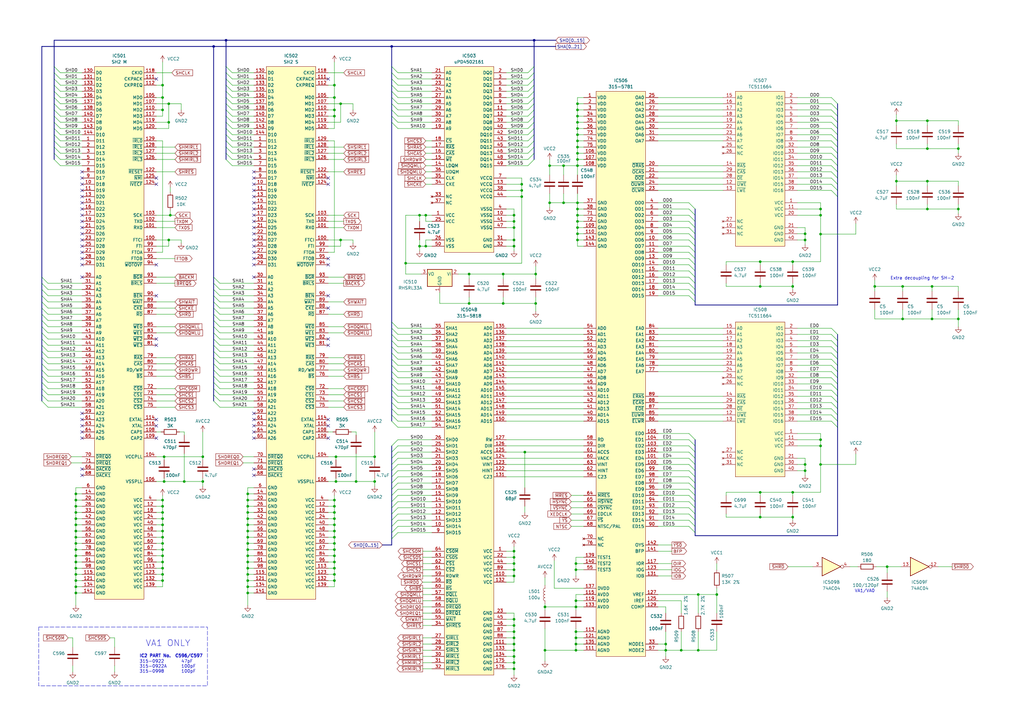
<source format=kicad_sch>
(kicad_sch (version 20230121) (generator eeschema)
  (paper "A3")
  (title_block (title "32X Main 2") (date "2023-11-29") (rev "1.1") (company "By Cosam") (comment 1 "Neptune"))
  (junction (at 236.855 88.265))
  (junction (at 367.665 74.295))
  (junction (at 286.385 266.7))
  (junction (at 101.6 202.565))
  (junction (at 66.675 220.345))
  (junction (at 210.82 226.06))
  (junction (at 66.675 227.965))
  (junction (at 66.675 215.265))
  (junction (at 139.7 42.545))
  (junction (at 137.16 210.185))
  (junction (at 236.855 52.705))
  (junction (at 137.16 212.725))
  (junction (at 225.425 67.945))
  (junction (at 325.12 212.09))
  (junction (at 137.16 227.965))
  (junction (at 380.365 74.295))
  (junction (at 172.085 100.965))
  (junction (at 101.6 210.185))
  (junction (at 66.675 238.125))
  (junction (at 87.63 19.05))
  (junction (at 137.16 220.345))
  (junction (at 137.795 187.325))
  (junction (at 66.675 222.885))
  (junction (at 380.365 60.96))
  (junction (at 92.71 16.51))
  (junction (at 206.375 124.46))
  (junction (at 236.855 62.865))
  (junction (at 236.855 55.245))
  (junction (at 210.82 100.965))
  (junction (at 101.6 212.725))
  (junction (at 236.22 231.14))
  (junction (at 101.6 240.665))
  (junction (at 236.22 246.38))
  (junction (at 370.205 130.81))
  (junction (at 236.855 83.185))
  (junction (at 101.6 205.105))
  (junction (at 66.675 225.425))
  (junction (at 31.115 205.105))
  (junction (at 137.16 217.805))
  (junction (at 380.365 85.725))
  (junction (at 31.115 227.965))
  (junction (at 137.16 233.045))
  (junction (at 153.67 197.485))
  (junction (at 101.6 207.645))
  (junction (at 311.785 117.475))
  (junction (at 382.27 130.81))
  (junction (at 236.855 85.725))
  (junction (at 31.115 235.585))
  (junction (at 101.6 215.265))
  (junction (at 330.2 193.04))
  (junction (at 236.855 45.085))
  (junction (at 31.115 202.565))
  (junction (at 31.115 238.125))
  (junction (at 236.855 50.165))
  (junction (at 31.115 220.345))
  (junction (at 336.55 88.265))
  (junction (at 236.22 261.62))
  (junction (at 210.82 231.14))
  (junction (at 210.82 271.78))
  (junction (at 210.82 233.68))
  (junction (at 137.16 235.585))
  (junction (at 31.115 222.885))
  (junction (at 67.31 197.485))
  (junction (at 273.05 266.7))
  (junction (at 139.7 98.425))
  (junction (at 137.16 47.625))
  (junction (at 210.82 256.54))
  (junction (at 66.675 34.925))
  (junction (at 210.82 90.805))
  (junction (at 393.065 60.96))
  (junction (at 137.16 34.925))
  (junction (at 31.115 225.425))
  (junction (at 223.52 248.92))
  (junction (at 66.675 45.085))
  (junction (at 83.185 187.325))
  (junction (at 69.85 88.265))
  (junction (at 286.385 243.84))
  (junction (at 75.565 197.485))
  (junction (at 330.2 190.5))
  (junction (at 330.2 95.885))
  (junction (at 223.52 266.7))
  (junction (at 31.115 233.045))
  (junction (at 210.82 261.62))
  (junction (at 380.365 49.53))
  (junction (at 210.82 274.32))
  (junction (at 219.71 112.395))
  (junction (at 382.27 117.475))
  (junction (at 172.085 88.265))
  (junction (at 236.22 264.16))
  (junction (at 67.31 187.325))
  (junction (at 231.14 83.185))
  (junction (at 66.675 207.645))
  (junction (at 101.6 227.965))
  (junction (at 101.6 243.205))
  (junction (at 236.855 60.325))
  (junction (at 213.995 78.105))
  (junction (at 69.215 42.545))
  (junction (at 215.265 185.42))
  (junction (at 66.675 212.725))
  (junction (at 206.375 112.395))
  (junction (at 325.12 201.93))
  (junction (at 311.785 212.09))
  (junction (at 31.115 230.505))
  (junction (at 273.05 264.16))
  (junction (at 137.16 45.085))
  (junction (at 137.795 197.485))
  (junction (at 137.16 222.885))
  (junction (at 336.55 190.5))
  (junction (at 137.16 225.425))
  (junction (at 31.115 212.725))
  (junction (at 101.6 230.505))
  (junction (at 294.005 243.84))
  (junction (at 336.55 96.012))
  (junction (at 311.785 201.93))
  (junction (at 192.405 124.46))
  (junction (at 153.67 187.325))
  (junction (at 236.855 57.785))
  (junction (at 66.675 235.585))
  (junction (at 236.855 98.425))
  (junction (at 210.82 254))
  (junction (at 210.82 93.345))
  (junction (at 101.6 225.425))
  (junction (at 137.16 205.105))
  (junction (at 358.775 117.475))
  (junction (at 66.675 233.045))
  (junction (at 279.4 266.7))
  (junction (at 166.37 107.95))
  (junction (at 210.82 98.425))
  (junction (at 31.115 215.265))
  (junction (at 213.995 80.645))
  (junction (at 236.22 259.08))
  (junction (at 210.82 228.6))
  (junction (at 363.855 232.41))
  (junction (at 231.14 67.945))
  (junction (at 336.55 182.88))
  (junction (at 210.82 88.265))
  (junction (at 219.71 124.46))
  (junction (at 66.675 230.505))
  (junction (at 137.16 40.005))
  (junction (at 83.185 197.485))
  (junction (at 174.625 100.965))
  (junction (at 146.05 197.485))
  (junction (at 101.6 222.885))
  (junction (at 236.22 248.92))
  (junction (at 31.115 210.185))
  (junction (at 225.425 83.185))
  (junction (at 31.115 207.645))
  (junction (at 160.655 19.05))
  (junction (at 393.065 130.81))
  (junction (at 236.855 95.885))
  (junction (at 174.625 88.265))
  (junction (at 137.16 215.265))
  (junction (at 31.115 217.805))
  (junction (at 210.82 269.24))
  (junction (at 69.215 98.425))
  (junction (at 236.22 233.68))
  (junction (at 393.065 85.725))
  (junction (at 69.215 50.165))
  (junction (at 31.115 240.665))
  (junction (at 236.855 65.405))
  (junction (at 213.995 75.565))
  (junction (at 336.55 180.34))
  (junction (at 330.2 98.425))
  (junction (at 101.6 217.805))
  (junction (at 101.6 233.045))
  (junction (at 236.22 266.7))
  (junction (at 210.82 266.7))
  (junction (at 66.675 205.105))
  (junction (at 236.855 42.545))
  (junction (at 367.665 49.53))
  (junction (at 210.82 236.22))
  (junction (at 137.16 207.645))
  (junction (at 236.855 90.805))
  (junction (at 236.855 93.345))
  (junction (at 236.855 47.625))
  (junction (at 192.405 112.395))
  (junction (at 219.075 16.51))
  (junction (at 66.675 210.185))
  (junction (at 137.16 238.125))
  (junction (at 66.675 40.005))
  (junction (at 101.6 220.345))
  (junction (at 31.115 243.205))
  (junction (at 236.855 67.945))
  (junction (at 210.82 259.08))
  (junction (at 137.16 230.505))
  (junction (at 325.12 107.315))
  (junction (at 101.6 238.125))
  (junction (at 325.12 117.475))
  (junction (at 311.785 107.315))
  (junction (at 370.205 117.475))
  (junction (at 66.675 217.805))
  (junction (at 101.6 235.585))
  (junction (at 210.82 264.16))
  (junction (at 336.55 85.725))
  (no_connect (at 33.655 80.645))
  (no_connect (at 104.14 85.725))
  (no_connect (at 104.14 106.045))
  (no_connect (at 33.655 85.725))
  (no_connect (at 64.135 121.285))
  (no_connect (at 134.62 141.605))
  (no_connect (at 64.135 172.085))
  (no_connect (at 33.655 108.585))
  (no_connect (at 104.14 100.965))
  (no_connect (at 104.14 169.545))
  (no_connect (at 64.135 73.025))
  (no_connect (at 104.14 179.705))
  (no_connect (at 134.62 139.065))
  (no_connect (at 104.14 192.405))
  (no_connect (at 64.135 179.705))
  (no_connect (at 134.62 73.025))
  (no_connect (at 104.14 83.185))
  (no_connect (at 134.62 172.085))
  (no_connect (at 104.14 80.645))
  (no_connect (at 134.62 32.385))
  (no_connect (at 33.655 179.705))
  (no_connect (at 134.62 179.705))
  (no_connect (at 104.14 98.425))
  (no_connect (at 33.655 113.665))
  (no_connect (at 33.655 78.105))
  (no_connect (at 33.655 73.025))
  (no_connect (at 33.655 103.505))
  (no_connect (at 33.655 106.045))
  (no_connect (at 104.14 108.585))
  (no_connect (at 64.135 174.625))
  (no_connect (at 104.14 93.345))
  (no_connect (at 33.655 93.345))
  (no_connect (at 134.62 121.285))
  (no_connect (at 64.135 139.065))
  (no_connect (at 33.655 100.965))
  (no_connect (at 134.62 174.625))
  (no_connect (at 104.14 78.105))
  (no_connect (at 104.14 113.665))
  (no_connect (at 104.14 174.625))
  (no_connect (at 33.655 90.805))
  (no_connect (at 33.655 75.565))
  (no_connect (at 104.14 95.885))
  (no_connect (at 104.14 90.805))
  (no_connect (at 64.135 108.585))
  (no_connect (at 33.655 70.485))
  (no_connect (at 134.62 106.045))
  (no_connect (at 33.655 169.545))
  (no_connect (at 134.62 126.365))
  (no_connect (at 33.655 95.885))
  (no_connect (at 33.655 172.085))
  (no_connect (at 33.655 88.265))
  (no_connect (at 104.14 177.165))
  (no_connect (at 33.655 83.185))
  (no_connect (at 64.135 75.565))
  (no_connect (at 104.14 194.945))
  (no_connect (at 104.14 70.485))
  (no_connect (at 33.655 174.625))
  (no_connect (at 64.135 141.605))
  (no_connect (at 33.655 98.425))
  (no_connect (at 104.14 88.265))
  (no_connect (at 104.14 73.025))
  (no_connect (at 33.655 194.945))
  (no_connect (at 33.655 192.405))
  (no_connect (at 104.14 75.565))
  (no_connect (at 33.655 177.165))
  (no_connect (at 64.135 32.385))
  (no_connect (at 104.14 172.085))
  (no_connect (at 134.62 108.585))
  (no_connect (at 104.14 103.505))
  (no_connect (at 134.62 75.565))
  (bus_entry (at 19.685 151.765) (size -2.54 -2.54))
  (bus_entry (at 95.25 65.405) (size -2.54 -2.54))
  (bus_entry (at 163.195 137.16) (size -2.54 -2.54))
  (bus_entry (at 340.995 55.245) (size 2.54 2.54))
  (bus_entry (at 163.195 157.48) (size -2.54 -2.54))
  (bus_entry (at 19.685 159.385) (size -2.54 -2.54))
  (bus_entry (at 216.535 67.945) (size 2.54 -2.54))
  (bus_entry (at 163.195 203.2) (size -2.54 2.54))
  (bus_entry (at 340.995 170.18) (size 2.54 2.54))
  (bus_entry (at 90.17 128.905) (size -2.54 -2.54))
  (bus_entry (at 19.685 156.845) (size -2.54 -2.54))
  (bus_entry (at 163.195 152.4) (size -2.54 -2.54))
  (bus_entry (at 90.17 156.845) (size -2.54 -2.54))
  (bus_entry (at 95.25 55.245) (size -2.54 -2.54))
  (bus_entry (at 24.765 32.385) (size -2.54 -2.54))
  (bus_entry (at 24.765 62.865) (size -2.54 -2.54))
  (bus_entry (at 340.995 50.165) (size 2.54 2.54))
  (bus_entry (at 340.995 78.105) (size 2.54 2.54))
  (bus_entry (at 24.765 57.785) (size -2.54 -2.54))
  (bus_entry (at 19.685 121.285) (size -2.54 -2.54))
  (bus_entry (at 163.195 167.64) (size -2.54 -2.54))
  (bus_entry (at 163.195 37.465) (size -2.54 -2.54))
  (bus_entry (at 95.25 60.325) (size -2.54 -2.54))
  (bus_entry (at 19.685 146.685) (size -2.54 -2.54))
  (bus_entry (at 163.195 162.56) (size -2.54 -2.54))
  (bus_entry (at 163.195 205.74) (size -2.54 2.54))
  (bus_entry (at 95.25 34.925) (size -2.54 -2.54))
  (bus_entry (at 163.195 165.1) (size -2.54 -2.54))
  (bus_entry (at 95.25 29.845) (size -2.54 -2.54))
  (bus_entry (at 282.575 121.285) (size 2.54 2.54))
  (bus_entry (at 340.995 60.325) (size 2.54 2.54))
  (bus_entry (at 24.765 65.405) (size -2.54 -2.54))
  (bus_entry (at 19.685 161.925) (size -2.54 -2.54))
  (bus_entry (at 163.195 52.705) (size -2.54 -2.54))
  (bus_entry (at 340.995 167.64) (size 2.54 2.54))
  (bus_entry (at 90.17 136.525) (size -2.54 -2.54))
  (bus_entry (at 24.765 55.245) (size -2.54 -2.54))
  (bus_entry (at 282.575 205.74) (size 2.54 2.54))
  (bus_entry (at 340.995 40.005) (size 2.54 2.54))
  (bus_entry (at 340.995 73.025) (size 2.54 2.54))
  (bus_entry (at 163.195 193.04) (size -2.54 2.54))
  (bus_entry (at 282.575 177.8) (size 2.54 2.54))
  (bus_entry (at 163.195 185.42) (size -2.54 2.54))
  (bus_entry (at 340.995 42.545) (size 2.54 2.54))
  (bus_entry (at 95.25 50.165) (size -2.54 -2.54))
  (bus_entry (at 340.995 47.625) (size 2.54 2.54))
  (bus_entry (at 340.995 57.785) (size 2.54 2.54))
  (bus_entry (at 90.17 116.205) (size -2.54 -2.54))
  (bus_entry (at 163.195 42.545) (size -2.54 -2.54))
  (bus_entry (at 216.535 60.325) (size 2.54 -2.54))
  (bus_entry (at 19.685 154.305) (size -2.54 -2.54))
  (bus_entry (at 340.995 137.16) (size 2.54 2.54))
  (bus_entry (at 163.195 50.165) (size -2.54 -2.54))
  (bus_entry (at 19.685 149.225) (size -2.54 -2.54))
  (bus_entry (at 163.195 149.86) (size -2.54 -2.54))
  (bus_entry (at 95.25 57.785) (size -2.54 -2.54))
  (bus_entry (at 282.575 90.805) (size 2.54 2.54))
  (bus_entry (at 163.195 175.26) (size -2.54 -2.54))
  (bus_entry (at 163.195 190.5) (size -2.54 2.54))
  (bus_entry (at 282.575 100.965) (size 2.54 2.54))
  (bus_entry (at 282.575 210.82) (size 2.54 2.54))
  (bus_entry (at 163.195 218.44) (size -2.54 2.54))
  (bus_entry (at 24.765 40.005) (size -2.54 -2.54))
  (bus_entry (at 216.535 42.545) (size 2.54 -2.54))
  (bus_entry (at 19.685 123.825) (size -2.54 -2.54))
  (bus_entry (at 19.685 128.905) (size -2.54 -2.54))
  (bus_entry (at 19.685 126.365) (size -2.54 -2.54))
  (bus_entry (at 340.995 154.94) (size 2.54 2.54))
  (bus_entry (at 163.195 195.58) (size -2.54 2.54))
  (bus_entry (at 90.17 133.985) (size -2.54 -2.54))
  (bus_entry (at 163.195 147.32) (size -2.54 -2.54))
  (bus_entry (at 216.535 55.245) (size 2.54 -2.54))
  (bus_entry (at 216.535 32.385) (size 2.54 -2.54))
  (bus_entry (at 90.17 161.925) (size -2.54 -2.54))
  (bus_entry (at 340.995 162.56) (size 2.54 2.54))
  (bus_entry (at 95.25 52.705) (size -2.54 -2.54))
  (bus_entry (at 282.575 106.045) (size 2.54 2.54))
  (bus_entry (at 24.765 50.165) (size -2.54 -2.54))
  (bus_entry (at 282.575 185.42) (size 2.54 2.54))
  (bus_entry (at 340.995 147.32) (size 2.54 2.54))
  (bus_entry (at 216.535 47.625) (size 2.54 -2.54))
  (bus_entry (at 95.25 45.085) (size -2.54 -2.54))
  (bus_entry (at 163.195 40.005) (size -2.54 -2.54))
  (bus_entry (at 163.195 187.96) (size -2.54 2.54))
  (bus_entry (at 19.685 133.985) (size -2.54 -2.54))
  (bus_entry (at 282.575 103.505) (size 2.54 2.54))
  (bus_entry (at 90.17 144.145) (size -2.54 -2.54))
  (bus_entry (at 19.685 118.745) (size -2.54 -2.54))
  (bus_entry (at 95.25 42.545) (size -2.54 -2.54))
  (bus_entry (at 163.195 47.625) (size -2.54 -2.54))
  (bus_entry (at 90.17 151.765) (size -2.54 -2.54))
  (bus_entry (at 282.575 193.04) (size 2.54 2.54))
  (bus_entry (at 282.575 113.665) (size 2.54 2.54))
  (bus_entry (at 90.17 154.305) (size -2.54 -2.54))
  (bus_entry (at 216.535 62.865) (size 2.54 -2.54))
  (bus_entry (at 163.195 45.085) (size -2.54 -2.54))
  (bus_entry (at 163.195 210.82) (size -2.54 2.54))
  (bus_entry (at 340.995 157.48) (size 2.54 2.54))
  (bus_entry (at 163.195 200.66) (size -2.54 2.54))
  (bus_entry (at 216.535 57.785) (size 2.54 -2.54))
  (bus_entry (at 163.195 142.24) (size -2.54 -2.54))
  (bus_entry (at 282.575 195.58) (size 2.54 2.54))
  (bus_entry (at 216.535 45.085) (size 2.54 -2.54))
  (bus_entry (at 163.195 144.78) (size -2.54 -2.54))
  (bus_entry (at 163.195 32.385) (size -2.54 -2.54))
  (bus_entry (at 24.765 45.085) (size -2.54 -2.54))
  (bus_entry (at 163.195 134.62) (size -2.54 -2.54))
  (bus_entry (at 95.25 67.945) (size -2.54 -2.54))
  (bus_entry (at 216.535 37.465) (size 2.54 -2.54))
  (bus_entry (at 19.685 167.005) (size -2.54 -2.54))
  (bus_entry (at 19.685 144.145) (size -2.54 -2.54))
  (bus_entry (at 163.195 139.7) (size -2.54 -2.54))
  (bus_entry (at 163.195 34.925) (size -2.54 -2.54))
  (bus_entry (at 95.25 47.625) (size -2.54 -2.54))
  (bus_entry (at 90.17 167.005) (size -2.54 -2.54))
  (bus_entry (at 216.535 29.845) (size 2.54 -2.54))
  (bus_entry (at 90.17 126.365) (size -2.54 -2.54))
  (bus_entry (at 216.535 50.165) (size 2.54 -2.54))
  (bus_entry (at 163.195 180.34) (size -2.54 2.54))
  (bus_entry (at 95.25 40.005) (size -2.54 -2.54))
  (bus_entry (at 90.17 164.465) (size -2.54 -2.54))
  (bus_entry (at 90.17 118.745) (size -2.54 -2.54))
  (bus_entry (at 163.195 198.12) (size -2.54 2.54))
  (bus_entry (at 282.575 215.9) (size 2.54 2.54))
  (bus_entry (at 19.685 131.445) (size -2.54 -2.54))
  (bus_entry (at 24.765 47.625) (size -2.54 -2.54))
  (bus_entry (at 19.685 164.465) (size -2.54 -2.54))
  (bus_entry (at 282.575 187.96) (size 2.54 2.54))
  (bus_entry (at 282.575 213.36) (size 2.54 2.54))
  (bus_entry (at 90.17 123.825) (size -2.54 -2.54))
  (bus_entry (at 282.575 118.745) (size 2.54 2.54))
  (bus_entry (at 282.575 108.585) (size 2.54 2.54))
  (bus_entry (at 95.25 32.385) (size -2.54 -2.54))
  (bus_entry (at 282.575 200.66) (size 2.54 2.54))
  (bus_entry (at 340.995 172.72) (size 2.54 2.54))
  (bus_entry (at 24.765 29.845) (size -2.54 -2.54))
  (bus_entry (at 216.535 65.405) (size 2.54 -2.54))
  (bus_entry (at 282.575 203.2) (size 2.54 2.54))
  (bus_entry (at 163.195 215.9) (size -2.54 2.54))
  (bus_entry (at 340.995 52.705) (size 2.54 2.54))
  (bus_entry (at 282.575 111.125) (size 2.54 2.54))
  (bus_entry (at 340.995 165.1) (size 2.54 2.54))
  (bus_entry (at 282.575 85.725) (size 2.54 2.54))
  (bus_entry (at 163.195 29.845) (size -2.54 -2.54))
  (bus_entry (at 163.195 182.88) (size -2.54 2.54))
  (bus_entry (at 163.195 208.28) (size -2.54 2.54))
  (bus_entry (at 282.575 116.205) (size 2.54 2.54))
  (bus_entry (at 90.17 131.445) (size -2.54 -2.54))
  (bus_entry (at 282.575 88.265) (size 2.54 2.54))
  (bus_entry (at 282.575 198.12) (size 2.54 2.54))
  (bus_entry (at 90.17 159.385) (size -2.54 -2.54))
  (bus_entry (at 282.575 98.425) (size 2.54 2.54))
  (bus_entry (at 282.575 83.185) (size 2.54 2.54))
  (bus_entry (at 95.25 62.865) (size -2.54 -2.54))
  (bus_entry (at 340.995 144.78) (size 2.54 2.54))
  (bus_entry (at 340.995 139.7) (size 2.54 2.54))
  (bus_entry (at 216.535 34.925) (size 2.54 -2.54))
  (bus_entry (at 95.25 37.465) (size -2.54 -2.54))
  (bus_entry (at 163.195 170.18) (size -2.54 -2.54))
  (bus_entry (at 24.765 42.545) (size -2.54 -2.54))
  (bus_entry (at 340.995 67.945) (size 2.54 2.54))
  (bus_entry (at 163.195 160.02) (size -2.54 -2.54))
  (bus_entry (at 282.575 182.88) (size 2.54 2.54))
  (bus_entry (at 163.195 172.72) (size -2.54 -2.54))
  (bus_entry (at 340.995 152.4) (size 2.54 2.54))
  (bus_entry (at 282.575 190.5) (size 2.54 2.54))
  (bus_entry (at 24.765 67.945) (size -2.54 -2.54))
  (bus_entry (at 340.995 142.24) (size 2.54 2.54))
  (bus_entry (at 282.575 93.345) (size 2.54 2.54))
  (bus_entry (at 282.575 180.34) (size 2.54 2.54))
  (bus_entry (at 282.575 95.885) (size 2.54 2.54))
  (bus_entry (at 163.195 213.36) (size -2.54 2.54))
  (bus_entry (at 90.17 149.225) (size -2.54 -2.54))
  (bus_entry (at 216.535 52.705) (size 2.54 -2.54))
  (bus_entry (at 340.995 65.405) (size 2.54 2.54))
  (bus_entry (at 19.685 116.205) (size -2.54 -2.54))
  (bus_entry (at 90.17 139.065) (size -2.54 -2.54))
  (bus_entry (at 340.995 149.86) (size 2.54 2.54))
  (bus_entry (at 216.535 40.005) (size 2.54 -2.54))
  (bus_entry (at 19.685 136.525) (size -2.54 -2.54))
  (bus_entry (at 340.995 70.485) (size 2.54 2.54))
  (bus_entry (at 24.765 60.325) (size -2.54 -2.54))
  (bus_entry (at 24.765 34.925) (size -2.54 -2.54))
  (bus_entry (at 340.995 160.02) (size 2.54 2.54))
  (bus_entry (at 90.17 121.285) (size -2.54 -2.54))
  (bus_entry (at 19.685 139.065) (size -2.54 -2.54))
  (bus_entry (at 90.17 146.685) (size -2.54 -2.54))
  (bus_entry (at 340.995 134.62) (size 2.54 2.54))
  (bus_entry (at 340.995 75.565) (size 2.54 2.54))
  (bus_entry (at 90.17 141.605) (size -2.54 -2.54))
  (bus_entry (at 19.685 141.605) (size -2.54 -2.54))
  (bus_entry (at 340.995 62.865) (size 2.54 2.54))
  (bus_entry (at 24.765 52.705) (size -2.54 -2.54))
  (bus_entry (at 340.995 45.085) (size 2.54 2.54))
  (bus_entry (at 24.765 37.465) (size -2.54 -2.54))
  (bus_entry (at 163.195 154.94) (size -2.54 -2.54))
  (bus_entry (at 282.575 208.28) (size 2.54 2.54))
  (wire (pts (xy 104.14 34.925) (xy 95.25 34.925)))
  (wire (pts (xy 210.82 100.965) (xy 210.82 98.425)))
  (wire (pts (xy 66.675 215.265) (xy 66.675 217.805)))
  (wire (pts (xy 325.12 210.82) (xy 325.12 212.09)))
  (wire (pts (xy 31.115 240.665) (xy 31.115 243.205)))
  (wire (pts (xy 177.165 142.24) (xy 163.195 142.24)))
  (wire (pts (xy 163.195 198.12) (xy 177.165 198.12)))
  (wire (pts (xy 146.05 197.485) (xy 153.67 197.485)))
  (wire (pts (xy 210.82 236.22) (xy 210.82 233.68)))
  (wire (pts (xy 19.685 128.905) (xy 33.655 128.905)))
  (bus (pts (xy 22.225 57.785) (xy 22.225 55.245)))
  (wire (pts (xy 74.295 42.545) (xy 69.215 42.545)))
  (wire (pts (xy 137.16 215.265) (xy 137.16 217.805)))
  (wire (pts (xy 207.645 47.625) (xy 216.535 47.625)))
  (wire (pts (xy 207.645 190.5) (xy 239.395 190.5)))
  (wire (pts (xy 134.62 159.385) (xy 140.97 159.385)))
  (bus (pts (xy 285.115 198.12) (xy 285.115 200.66)))
  (wire (pts (xy 269.875 177.8) (xy 282.575 177.8)))
  (wire (pts (xy 153.67 187.325) (xy 153.67 188.595)))
  (wire (pts (xy 336.55 190.5) (xy 336.55 182.88)))
  (wire (pts (xy 269.875 236.22) (xy 275.59 236.22)))
  (wire (pts (xy 137.16 45.085) (xy 137.16 40.005)))
  (wire (pts (xy 64.135 40.005) (xy 66.675 40.005)))
  (wire (pts (xy 137.16 205.105) (xy 137.16 207.645)))
  (wire (pts (xy 393.065 60.96) (xy 393.065 62.865)))
  (wire (pts (xy 269.875 248.92) (xy 273.05 248.92)))
  (wire (pts (xy 207.645 29.845) (xy 216.535 29.845)))
  (wire (pts (xy 134.62 62.865) (xy 140.97 62.865)))
  (wire (pts (xy 64.135 128.905) (xy 71.755 128.905)))
  (wire (pts (xy 101.6 212.725) (xy 101.6 215.265)))
  (bus (pts (xy 160.655 185.42) (xy 160.655 187.96)))
  (wire (pts (xy 66.675 227.965) (xy 66.675 230.505)))
  (wire (pts (xy 294.005 266.7) (xy 294.005 259.08)))
  (wire (pts (xy 101.6 217.805) (xy 104.14 217.805)))
  (wire (pts (xy 137.16 225.425) (xy 137.16 227.965)))
  (bus (pts (xy 17.145 144.145) (xy 17.145 141.605)))
  (wire (pts (xy 31.115 235.585) (xy 33.655 235.585)))
  (wire (pts (xy 236.855 50.165) (xy 239.395 50.165)))
  (bus (pts (xy 343.535 144.78) (xy 343.535 147.32)))
  (wire (pts (xy 134.62 197.485) (xy 137.795 197.485)))
  (wire (pts (xy 325.12 116.205) (xy 325.12 117.475)))
  (wire (pts (xy 327.025 187.96) (xy 330.2 187.96)))
  (wire (pts (xy 311.785 201.93) (xy 325.12 201.93)))
  (bus (pts (xy 285.115 193.04) (xy 285.115 195.58)))
  (wire (pts (xy 173.355 269.24) (xy 177.165 269.24)))
  (wire (pts (xy 137.16 222.885) (xy 137.16 225.425)))
  (bus (pts (xy 285.115 121.285) (xy 285.115 123.825)))
  (wire (pts (xy 137.795 187.325) (xy 137.795 188.595)))
  (wire (pts (xy 236.22 243.84) (xy 239.395 243.84)))
  (bus (pts (xy 219.075 16.51) (xy 227.965 16.51)))
  (wire (pts (xy 104.14 29.845) (xy 95.25 29.845)))
  (wire (pts (xy 210.82 259.08) (xy 210.82 261.62)))
  (wire (pts (xy 177.165 90.805) (xy 174.625 90.805)))
  (wire (pts (xy 207.645 172.72) (xy 239.395 172.72)))
  (bus (pts (xy 22.225 42.545) (xy 22.225 40.005)))
  (wire (pts (xy 75.565 197.485) (xy 83.185 197.485)))
  (bus (pts (xy 92.71 52.705) (xy 92.71 50.165)))
  (wire (pts (xy 144.78 98.425) (xy 139.7 98.425)))
  (bus (pts (xy 285.115 85.725) (xy 285.115 88.265)))
  (wire (pts (xy 74.295 98.425) (xy 74.295 99.695)))
  (bus (pts (xy 285.115 182.88) (xy 285.115 185.42)))
  (wire (pts (xy 19.685 126.365) (xy 33.655 126.365)))
  (wire (pts (xy 215.265 185.42) (xy 215.265 200.025)))
  (wire (pts (xy 101.6 238.125) (xy 101.6 240.665)))
  (wire (pts (xy 236.855 93.345) (xy 236.855 90.805)))
  (wire (pts (xy 393.065 117.475) (xy 393.065 119.38)))
  (wire (pts (xy 134.62 47.625) (xy 137.16 47.625)))
  (wire (pts (xy 227.33 241.3) (xy 239.395 241.3)))
  (wire (pts (xy 380.365 60.96) (xy 393.065 60.96)))
  (wire (pts (xy 19.685 116.205) (xy 33.655 116.205)))
  (wire (pts (xy 139.7 100.965) (xy 134.62 100.965)))
  (wire (pts (xy 327.025 47.625) (xy 340.995 47.625)))
  (wire (pts (xy 134.62 227.965) (xy 137.16 227.965)))
  (bus (pts (xy 22.225 16.51) (xy 92.71 16.51)))
  (wire (pts (xy 207.645 228.6) (xy 210.82 228.6)))
  (bus (pts (xy 17.145 156.845) (xy 17.145 154.305)))
  (wire (pts (xy 219.71 112.395) (xy 219.71 114.3)))
  (wire (pts (xy 64.135 45.085) (xy 66.675 45.085)))
  (bus (pts (xy 343.535 125.095) (xy 343.535 80.645)))
  (wire (pts (xy 207.645 34.925) (xy 216.535 34.925)))
  (wire (pts (xy 297.815 117.475) (xy 297.815 116.205)))
  (wire (pts (xy 225.425 79.375) (xy 225.425 83.185)))
  (wire (pts (xy 46.99 273.05) (xy 46.99 275.59)))
  (bus (pts (xy 343.535 172.72) (xy 343.535 175.26)))
  (wire (pts (xy 31.115 227.965) (xy 33.655 227.965)))
  (wire (pts (xy 64.135 116.205) (xy 71.755 116.205)))
  (wire (pts (xy 269.875 266.7) (xy 273.05 266.7)))
  (wire (pts (xy 380.365 49.53) (xy 393.065 49.53)))
  (wire (pts (xy 330.2 187.96) (xy 330.2 190.5)))
  (wire (pts (xy 174.625 100.965) (xy 177.165 100.965)))
  (wire (pts (xy 137.16 233.045) (xy 137.16 235.585)))
  (wire (pts (xy 33.655 45.085) (xy 24.765 45.085)))
  (bus (pts (xy 87.63 118.745) (xy 87.63 121.285)))
  (wire (pts (xy 380.365 74.295) (xy 393.065 74.295)))
  (wire (pts (xy 323.215 232.41) (xy 333.375 232.41)))
  (wire (pts (xy 104.14 144.145) (xy 90.17 144.145)))
  (wire (pts (xy 213.995 75.565) (xy 213.995 73.025)))
  (wire (pts (xy 187.96 112.395) (xy 192.405 112.395)))
  (wire (pts (xy 269.875 47.625) (xy 296.545 47.625)))
  (wire (pts (xy 163.195 47.625) (xy 177.165 47.625)))
  (wire (pts (xy 269.875 231.14) (xy 275.59 231.14)))
  (wire (pts (xy 31.115 230.505) (xy 33.655 230.505)))
  (wire (pts (xy 134.62 151.765) (xy 140.97 151.765)))
  (wire (pts (xy 223.52 266.7) (xy 236.22 266.7)))
  (bus (pts (xy 160.655 142.24) (xy 160.655 139.7)))
  (wire (pts (xy 294.005 241.3) (xy 294.005 243.84)))
  (bus (pts (xy 22.225 62.865) (xy 22.225 60.325)))
  (wire (pts (xy 370.205 127) (xy 370.205 130.81)))
  (wire (pts (xy 173.355 226.06) (xy 177.165 226.06)))
  (wire (pts (xy 104.14 146.685) (xy 90.17 146.685)))
  (bus (pts (xy 285.115 106.045) (xy 285.115 108.585)))
  (wire (pts (xy 210.82 98.425) (xy 207.645 98.425)))
  (wire (pts (xy 269.875 264.16) (xy 273.05 264.16)))
  (wire (pts (xy 311.785 107.315) (xy 311.785 108.585)))
  (wire (pts (xy 311.785 212.09) (xy 311.785 210.82)))
  (bus (pts (xy 343.535 75.565) (xy 343.535 73.025)))
  (wire (pts (xy 207.645 90.805) (xy 210.82 90.805)))
  (wire (pts (xy 19.685 149.225) (xy 33.655 149.225)))
  (bus (pts (xy 87.63 159.385) (xy 87.63 156.845)))
  (wire (pts (xy 286.385 243.84) (xy 294.005 243.84)))
  (wire (pts (xy 311.785 107.315) (xy 325.12 107.315)))
  (wire (pts (xy 231.14 71.755) (xy 231.14 67.945)))
  (wire (pts (xy 174.625 90.805) (xy 174.625 88.265)))
  (wire (pts (xy 269.875 210.82) (xy 282.575 210.82)))
  (wire (pts (xy 134.62 177.165) (xy 136.525 177.165)))
  (wire (pts (xy 73.66 177.165) (xy 75.565 177.165)))
  (wire (pts (xy 69.215 98.425) (xy 69.215 100.965)))
  (wire (pts (xy 173.355 274.32) (xy 177.165 274.32)))
  (bus (pts (xy 343.535 142.24) (xy 343.535 144.78)))
  (wire (pts (xy 269.875 95.885) (xy 282.575 95.885)))
  (wire (pts (xy 66.675 217.805) (xy 66.675 220.345)))
  (bus (pts (xy 160.655 32.385) (xy 160.655 29.845)))
  (wire (pts (xy 64.135 230.505) (xy 66.675 230.505)))
  (wire (pts (xy 336.55 107.315) (xy 336.55 96.012)))
  (wire (pts (xy 64.135 227.965) (xy 66.675 227.965)))
  (bus (pts (xy 343.535 60.325) (xy 343.535 62.865)))
  (wire (pts (xy 269.875 170.18) (xy 296.545 170.18)))
  (bus (pts (xy 343.535 154.94) (xy 343.535 157.48)))
  (wire (pts (xy 223.52 257.81) (xy 223.52 266.7)))
  (wire (pts (xy 269.875 172.72) (xy 296.545 172.72)))
  (wire (pts (xy 153.67 187.325) (xy 153.67 177.165)))
  (wire (pts (xy 64.135 70.485) (xy 71.755 70.485)))
  (bus (pts (xy 343.535 78.105) (xy 343.535 80.645)))
  (bus (pts (xy 160.655 47.625) (xy 160.655 50.165)))
  (wire (pts (xy 64.135 161.925) (xy 71.755 161.925)))
  (wire (pts (xy 64.135 207.645) (xy 66.675 207.645)))
  (wire (pts (xy 207.645 274.32) (xy 210.82 274.32)))
  (wire (pts (xy 236.855 85.725) (xy 239.395 85.725)))
  (wire (pts (xy 64.135 159.385) (xy 71.755 159.385)))
  (wire (pts (xy 269.875 121.285) (xy 282.575 121.285)))
  (wire (pts (xy 173.355 236.22) (xy 177.165 236.22)))
  (wire (pts (xy 139.7 50.165) (xy 134.62 50.165)))
  (wire (pts (xy 336.55 85.725) (xy 336.55 83.185)))
  (bus (pts (xy 285.115 185.42) (xy 285.115 187.96)))
  (bus (pts (xy 17.145 113.665) (xy 17.145 116.205)))
  (bus (pts (xy 343.535 45.085) (xy 343.535 47.625)))
  (bus (pts (xy 92.71 65.405) (xy 92.71 62.865)))
  (wire (pts (xy 330.2 93.345) (xy 330.2 95.885)))
  (wire (pts (xy 330.2 95.885) (xy 327.025 95.885)))
  (wire (pts (xy 207.645 144.78) (xy 239.395 144.78)))
  (wire (pts (xy 336.55 177.8) (xy 327.025 177.8)))
  (wire (pts (xy 325.12 201.93) (xy 325.12 203.2)))
  (wire (pts (xy 210.82 85.725) (xy 210.82 88.265)))
  (bus (pts (xy 160.655 167.64) (xy 160.655 165.1)))
  (wire (pts (xy 64.135 123.825) (xy 71.755 123.825)))
  (bus (pts (xy 22.225 32.385) (xy 22.225 29.845)))
  (wire (pts (xy 236.855 47.625) (xy 236.855 45.085)))
  (wire (pts (xy 358.775 117.475) (xy 370.205 117.475)))
  (wire (pts (xy 101.6 230.505) (xy 104.14 230.505)))
  (wire (pts (xy 64.135 235.585) (xy 66.675 235.585)))
  (wire (pts (xy 210.82 274.32) (xy 210.82 276.86)))
  (bus (pts (xy 285.115 213.36) (xy 285.115 210.82)))
  (wire (pts (xy 213.995 73.025) (xy 207.645 73.025)))
  (wire (pts (xy 64.135 47.625) (xy 66.675 47.625)))
  (wire (pts (xy 325.12 117.475) (xy 325.12 118.745)))
  (wire (pts (xy 134.62 29.845) (xy 140.97 29.845)))
  (wire (pts (xy 33.655 34.925) (xy 24.765 34.925)))
  (wire (pts (xy 297.815 203.2) (xy 297.815 201.93)))
  (wire (pts (xy 269.875 113.665) (xy 282.575 113.665)))
  (wire (pts (xy 174.625 57.785) (xy 177.165 57.785)))
  (wire (pts (xy 104.14 47.625) (xy 95.25 47.625)))
  (wire (pts (xy 31.115 210.185) (xy 33.655 210.185)))
  (wire (pts (xy 327.025 149.86) (xy 340.995 149.86)))
  (wire (pts (xy 134.62 146.685) (xy 140.97 146.685)))
  (bus (pts (xy 87.63 139.065) (xy 87.63 136.525)))
  (wire (pts (xy 223.52 248.92) (xy 236.22 248.92)))
  (wire (pts (xy 83.185 187.325) (xy 83.185 177.165)))
  (wire (pts (xy 207.645 251.46) (xy 210.82 251.46)))
  (wire (pts (xy 64.135 57.785) (xy 66.675 57.785)))
  (wire (pts (xy 134.62 123.825) (xy 140.97 123.825)))
  (wire (pts (xy 31.115 238.125) (xy 31.115 240.665)))
  (wire (pts (xy 29.21 187.325) (xy 33.655 187.325)))
  (wire (pts (xy 236.855 52.705) (xy 236.855 50.165)))
  (wire (pts (xy 101.6 202.565) (xy 101.6 205.105)))
  (wire (pts (xy 210.82 271.78) (xy 210.82 274.32)))
  (wire (pts (xy 236.22 248.92) (xy 239.395 248.92)))
  (wire (pts (xy 173.355 261.62) (xy 177.165 261.62)))
  (wire (pts (xy 236.855 42.545) (xy 239.395 42.545)))
  (wire (pts (xy 104.14 139.065) (xy 90.17 139.065)))
  (wire (pts (xy 367.665 49.53) (xy 380.365 49.53)))
  (bus (pts (xy 343.535 147.32) (xy 343.535 149.86)))
  (wire (pts (xy 83.185 196.215) (xy 83.185 197.485)))
  (wire (pts (xy 137.16 217.805) (xy 137.16 220.345)))
  (wire (pts (xy 367.665 46.99) (xy 367.665 49.53)))
  (wire (pts (xy 64.135 34.925) (xy 66.675 34.925)))
  (bus (pts (xy 285.115 111.125) (xy 285.115 113.665)))
  (wire (pts (xy 325.12 107.315) (xy 336.55 107.315)))
  (wire (pts (xy 269.875 98.425) (xy 282.575 98.425)))
  (wire (pts (xy 64.135 154.305) (xy 71.755 154.305)))
  (wire (pts (xy 297.815 108.585) (xy 297.815 107.315)))
  (wire (pts (xy 236.22 264.16) (xy 236.22 261.62)))
  (bus (pts (xy 160.655 162.56) (xy 160.655 160.02)))
  (bus (pts (xy 285.115 215.9) (xy 285.115 218.44)))
  (wire (pts (xy 325.12 117.475) (xy 311.785 117.475)))
  (wire (pts (xy 163.195 208.28) (xy 177.165 208.28)))
  (wire (pts (xy 104.14 159.385) (xy 90.17 159.385)))
  (wire (pts (xy 380.365 85.725) (xy 367.665 85.725)))
  (wire (pts (xy 231.14 83.185) (xy 231.14 79.375)))
  (wire (pts (xy 104.14 154.305) (xy 90.17 154.305)))
  (wire (pts (xy 101.6 200.025) (xy 101.6 202.565)))
  (wire (pts (xy 134.62 65.405) (xy 140.97 65.405)))
  (wire (pts (xy 177.165 154.94) (xy 163.195 154.94)))
  (wire (pts (xy 207.645 259.08) (xy 210.82 259.08)))
  (wire (pts (xy 163.195 34.925) (xy 177.165 34.925)))
  (wire (pts (xy 173.355 246.38) (xy 177.165 246.38)))
  (wire (pts (xy 380.365 74.295) (xy 380.365 76.2)))
  (bus (pts (xy 160.655 223.52) (xy 160.655 220.98)))
  (wire (pts (xy 173.355 264.16) (xy 177.165 264.16)))
  (wire (pts (xy 269.875 40.005) (xy 296.545 40.005)))
  (bus (pts (xy 160.655 37.465) (xy 160.655 34.925)))
  (wire (pts (xy 163.195 40.005) (xy 177.165 40.005)))
  (wire (pts (xy 134.62 207.645) (xy 137.16 207.645)))
  (wire (pts (xy 174.625 70.485) (xy 177.165 70.485)))
  (wire (pts (xy 134.62 205.105) (xy 137.16 205.105)))
  (wire (pts (xy 327.025 57.785) (xy 340.995 57.785)))
  (bus (pts (xy 160.655 144.78) (xy 160.655 147.32)))
  (wire (pts (xy 69.215 42.545) (xy 69.215 50.165)))
  (wire (pts (xy 163.195 182.88) (xy 177.165 182.88)))
  (wire (pts (xy 327.025 160.02) (xy 340.995 160.02)))
  (wire (pts (xy 367.665 49.53) (xy 367.665 51.435)))
  (wire (pts (xy 163.195 193.04) (xy 177.165 193.04)))
  (wire (pts (xy 134.62 164.465) (xy 140.97 164.465)))
  (wire (pts (xy 134.62 60.325) (xy 140.97 60.325)))
  (wire (pts (xy 269.875 147.32) (xy 296.545 147.32)))
  (bus (pts (xy 17.145 146.685) (xy 17.145 144.145)))
  (wire (pts (xy 269.875 83.185) (xy 282.575 83.185)))
  (wire (pts (xy 101.6 240.665) (xy 101.6 243.205)))
  (wire (pts (xy 134.62 98.425) (xy 139.7 98.425)))
  (wire (pts (xy 180.34 120.015) (xy 180.34 124.46)))
  (bus (pts (xy 160.655 137.16) (xy 160.655 139.7)))
  (wire (pts (xy 104.14 136.525) (xy 90.17 136.525)))
  (wire (pts (xy 236.855 52.705) (xy 239.395 52.705)))
  (wire (pts (xy 134.62 210.185) (xy 137.16 210.185)))
  (wire (pts (xy 19.685 136.525) (xy 33.655 136.525)))
  (wire (pts (xy 269.875 108.585) (xy 282.575 108.585)))
  (bus (pts (xy 92.71 37.465) (xy 92.71 34.925)))
  (wire (pts (xy 327.025 170.18) (xy 340.995 170.18)))
  (wire (pts (xy 207.645 78.105) (xy 213.995 78.105)))
  (bus (pts (xy 219.075 60.325) (xy 219.075 57.785)))
  (wire (pts (xy 279.4 266.7) (xy 286.385 266.7)))
  (wire (pts (xy 236.855 83.185) (xy 239.395 83.185)))
  (bus (pts (xy 17.145 123.825) (xy 17.145 121.285)))
  (wire (pts (xy 367.665 59.055) (xy 367.665 60.96)))
  (wire (pts (xy 174.625 98.425) (xy 174.625 100.965)))
  (bus (pts (xy 17.145 141.605) (xy 17.145 139.065)))
  (wire (pts (xy 31.115 243.205) (xy 31.115 248.285)))
  (wire (pts (xy 207.645 160.02) (xy 239.395 160.02)))
  (wire (pts (xy 210.82 88.265) (xy 210.82 90.805)))
  (wire (pts (xy 104.14 37.465) (xy 95.25 37.465)))
  (wire (pts (xy 269.875 193.04) (xy 282.575 193.04)))
  (wire (pts (xy 239.395 233.68) (xy 236.22 233.68)))
  (wire (pts (xy 207.645 180.34) (xy 239.395 180.34)))
  (wire (pts (xy 104.14 141.605) (xy 90.17 141.605)))
  (wire (pts (xy 134.62 70.485) (xy 140.97 70.485)))
  (wire (pts (xy 207.645 139.7) (xy 239.395 139.7)))
  (wire (pts (xy 31.115 202.565) (xy 33.655 202.565)))
  (wire (pts (xy 236.22 228.6) (xy 236.22 231.14)))
  (wire (pts (xy 104.14 151.765) (xy 90.17 151.765)))
  (wire (pts (xy 101.6 205.105) (xy 101.6 207.645)))
  (wire (pts (xy 134.62 42.545) (xy 139.7 42.545)))
  (wire (pts (xy 104.14 67.945) (xy 95.25 67.945)))
  (wire (pts (xy 327.025 172.72) (xy 340.995 172.72)))
  (wire (pts (xy 31.115 202.565) (xy 31.115 205.105)))
  (wire (pts (xy 163.195 203.2) (xy 177.165 203.2)))
  (bus (pts (xy 87.63 141.605) (xy 87.63 139.065)))
  (wire (pts (xy 144.78 98.425) (xy 144.78 99.695)))
  (wire (pts (xy 207.645 152.4) (xy 239.395 152.4)))
  (wire (pts (xy 173.355 231.14) (xy 177.165 231.14)))
  (wire (pts (xy 64.135 88.265) (xy 69.85 88.265)))
  (wire (pts (xy 210.82 228.6) (xy 210.82 226.06)))
  (wire (pts (xy 192.405 121.92) (xy 192.405 124.46)))
  (wire (pts (xy 134.62 128.905) (xy 140.97 128.905)))
  (wire (pts (xy 207.645 75.565) (xy 213.995 75.565)))
  (wire (pts (xy 64.135 113.665) (xy 71.755 113.665)))
  (wire (pts (xy 104.14 133.985) (xy 90.17 133.985)))
  (bus (pts (xy 160.655 32.385) (xy 160.655 34.925)))
  (wire (pts (xy 269.875 111.125) (xy 282.575 111.125)))
  (wire (pts (xy 172.085 90.805) (xy 172.085 88.265)))
  (wire (pts (xy 269.875 116.205) (xy 282.575 116.205)))
  (bus (pts (xy 219.075 52.705) (xy 219.075 50.165)))
  (wire (pts (xy 19.685 161.925) (xy 33.655 161.925)))
  (bus (pts (xy 219.075 45.085) (xy 219.075 42.545)))
  (wire (pts (xy 327.025 65.405) (xy 340.995 65.405)))
  (wire (pts (xy 174.625 75.565) (xy 177.165 75.565)))
  (wire (pts (xy 236.855 55.245) (xy 239.395 55.245)))
  (wire (pts (xy 134.62 235.585) (xy 137.16 235.585)))
  (wire (pts (xy 64.135 225.425) (xy 66.675 225.425)))
  (wire (pts (xy 215.265 185.42) (xy 239.395 185.42)))
  (bus (pts (xy 160.655 27.305) (xy 160.655 19.05)))
  (wire (pts (xy 192.405 112.395) (xy 206.375 112.395)))
  (wire (pts (xy 297.815 212.09) (xy 297.815 210.82)))
  (wire (pts (xy 101.6 227.965) (xy 104.14 227.965)))
  (wire (pts (xy 215.265 207.645) (xy 215.265 210.185)))
  (wire (pts (xy 269.875 73.025) (xy 296.545 73.025)))
  (wire (pts (xy 173.355 233.68) (xy 177.165 233.68)))
  (wire (pts (xy 210.82 238.76) (xy 210.82 236.22)))
  (wire (pts (xy 137.16 227.965) (xy 137.16 230.505)))
  (wire (pts (xy 207.645 52.705) (xy 216.535 52.705)))
  (wire (pts (xy 66.675 212.725) (xy 66.675 215.265)))
  (wire (pts (xy 66.675 225.425) (xy 66.675 227.965)))
  (bus (pts (xy 160.655 157.48) (xy 160.655 154.94)))
  (wire (pts (xy 311.785 117.475) (xy 311.785 116.205)))
  (wire (pts (xy 269.875 162.56) (xy 296.545 162.56)))
  (wire (pts (xy 269.875 190.5) (xy 282.575 190.5)))
  (wire (pts (xy 207.645 100.965) (xy 210.82 100.965)))
  (wire (pts (xy 104.14 55.245) (xy 95.25 55.245)))
  (wire (pts (xy 69.85 86.36) (xy 69.85 88.265)))
  (wire (pts (xy 367.665 74.295) (xy 380.365 74.295)))
  (wire (pts (xy 269.875 167.64) (xy 296.545 167.64)))
  (wire (pts (xy 104.14 60.325) (xy 95.25 60.325)))
  (wire (pts (xy 207.645 233.68) (xy 210.82 233.68)))
  (wire (pts (xy 269.875 215.9) (xy 282.575 215.9)))
  (bus (pts (xy 92.71 60.325) (xy 92.71 57.785)))
  (wire (pts (xy 83.185 187.325) (xy 83.185 188.595)))
  (wire (pts (xy 163.195 180.34) (xy 177.165 180.34)))
  (wire (pts (xy 177.165 98.425) (xy 174.625 98.425)))
  (wire (pts (xy 382.27 117.475) (xy 393.065 117.475)))
  (wire (pts (xy 327.025 85.725) (xy 336.55 85.725)))
  (wire (pts (xy 177.165 152.4) (xy 163.195 152.4)))
  (wire (pts (xy 225.425 67.945) (xy 231.14 67.945)))
  (wire (pts (xy 104.14 40.005) (xy 95.25 40.005)))
  (bus (pts (xy 343.535 52.705) (xy 343.535 55.245)))
  (wire (pts (xy 134.62 225.425) (xy 137.16 225.425)))
  (bus (pts (xy 160.655 45.085) (xy 160.655 42.545)))
  (bus (pts (xy 219.075 65.405) (xy 219.075 62.865)))
  (bus (pts (xy 285.115 213.36) (xy 285.115 215.9)))
  (wire (pts (xy 31.115 225.425) (xy 31.115 227.965)))
  (wire (pts (xy 330.2 100.33) (xy 330.2 98.425)))
  (wire (pts (xy 19.685 141.605) (xy 33.655 141.605)))
  (wire (pts (xy 327.025 167.64) (xy 340.995 167.64)))
  (wire (pts (xy 327.025 88.265) (xy 336.55 88.265)))
  (wire (pts (xy 269.875 100.965) (xy 282.575 100.965)))
  (wire (pts (xy 327.025 142.24) (xy 340.995 142.24)))
  (wire (pts (xy 273.05 248.92) (xy 273.05 251.46)))
  (wire (pts (xy 31.115 215.265) (xy 31.115 217.805)))
  (bus (pts (xy 22.225 47.625) (xy 22.225 45.085)))
  (wire (pts (xy 207.645 264.16) (xy 210.82 264.16)))
  (wire (pts (xy 207.645 271.78) (xy 210.82 271.78)))
  (wire (pts (xy 297.815 107.315) (xy 311.785 107.315)))
  (wire (pts (xy 336.55 96.012) (xy 336.55 88.265)))
  (wire (pts (xy 367.665 85.725) (xy 367.665 83.82)))
  (wire (pts (xy 101.6 217.805) (xy 101.6 220.345)))
  (bus (pts (xy 219.075 57.785) (xy 219.075 55.245)))
  (wire (pts (xy 173.355 254) (xy 177.165 254)))
  (wire (pts (xy 172.085 88.265) (xy 166.37 88.265)))
  (wire (pts (xy 236.22 246.38) (xy 236.22 248.92)))
  (wire (pts (xy 104.14 164.465) (xy 90.17 164.465)))
  (wire (pts (xy 367.665 60.96) (xy 380.365 60.96)))
  (wire (pts (xy 66.675 205.105) (xy 66.675 207.645)))
  (wire (pts (xy 269.875 78.105) (xy 296.545 78.105)))
  (wire (pts (xy 99.695 189.865) (xy 104.14 189.865)))
  (bus (pts (xy 160.655 220.98) (xy 160.655 218.44)))
  (bus (pts (xy 343.535 157.48) (xy 343.535 160.02)))
  (wire (pts (xy 269.875 208.28) (xy 282.575 208.28)))
  (wire (pts (xy 210.82 233.68) (xy 210.82 231.14)))
  (wire (pts (xy 180.34 124.46) (xy 192.405 124.46)))
  (wire (pts (xy 104.14 62.865) (xy 95.25 62.865)))
  (wire (pts (xy 225.425 83.185) (xy 231.14 83.185)))
  (wire (pts (xy 144.78 42.545) (xy 139.7 42.545)))
  (wire (pts (xy 327.025 73.025) (xy 340.995 73.025)))
  (wire (pts (xy 210.82 102.87) (xy 210.82 100.965)))
  (wire (pts (xy 225.425 85.09) (xy 225.425 83.185)))
  (bus (pts (xy 219.075 47.625) (xy 219.075 45.085)))
  (wire (pts (xy 273.05 266.7) (xy 273.05 269.24)))
  (bus (pts (xy 285.115 123.825) (xy 285.115 125.095)))
  (wire (pts (xy 236.855 45.085) (xy 239.395 45.085)))
  (wire (pts (xy 269.875 85.725) (xy 282.575 85.725)))
  (bus (pts (xy 160.655 144.78) (xy 160.655 142.24)))
  (wire (pts (xy 351.028 190.5) (xy 351.028 186.182)))
  (wire (pts (xy 67.31 187.325) (xy 67.31 188.595)))
  (wire (pts (xy 227.33 229.87) (xy 227.33 241.3)))
  (bus (pts (xy 17.145 161.925) (xy 17.145 159.385)))
  (wire (pts (xy 327.025 52.705) (xy 340.995 52.705)))
  (wire (pts (xy 234.315 208.28) (xy 239.395 208.28)))
  (wire (pts (xy 66.675 40.005) (xy 66.675 34.925)))
  (wire (pts (xy 134.62 113.665) (xy 140.97 113.665)))
  (wire (pts (xy 31.115 200.025) (xy 33.655 200.025)))
  (wire (pts (xy 173.355 271.78) (xy 177.165 271.78)))
  (wire (pts (xy 137.16 40.005) (xy 137.16 34.925)))
  (wire (pts (xy 236.855 60.325) (xy 236.855 57.785)))
  (wire (pts (xy 64.135 164.465) (xy 71.755 164.465)))
  (wire (pts (xy 327.025 78.105) (xy 340.995 78.105)))
  (wire (pts (xy 239.395 231.14) (xy 236.22 231.14)))
  (wire (pts (xy 330.2 194.945) (xy 330.2 193.04)))
  (wire (pts (xy 236.22 266.7) (xy 236.22 264.16)))
  (wire (pts (xy 286.385 266.7) (xy 286.385 259.08)))
  (wire (pts (xy 207.645 55.245) (xy 216.535 55.245)))
  (wire (pts (xy 223.52 266.7) (xy 223.52 271.145)))
  (wire (pts (xy 134.62 215.265) (xy 137.16 215.265)))
  (bus (pts (xy 285.115 90.805) (xy 285.115 93.345)))
  (wire (pts (xy 64.135 220.345) (xy 66.675 220.345)))
  (wire (pts (xy 236.22 248.92) (xy 236.22 250.19)))
  (wire (pts (xy 177.165 162.56) (xy 163.195 162.56)))
  (wire (pts (xy 104.14 116.205) (xy 90.17 116.205)))
  (wire (pts (xy 134.62 34.925) (xy 137.16 34.925)))
  (wire (pts (xy 236.22 259.08) (xy 239.395 259.08)))
  (wire (pts (xy 236.855 42.545) (xy 236.855 40.005)))
  (wire (pts (xy 207.645 93.345) (xy 210.82 93.345)))
  (wire (pts (xy 294.005 243.84) (xy 294.005 251.46)))
  (wire (pts (xy 137.16 210.185) (xy 137.16 212.725)))
  (wire (pts (xy 269.875 223.52) (xy 275.59 223.52)))
  (wire (pts (xy 137.16 207.645) (xy 137.16 210.185)))
  (wire (pts (xy 269.875 106.045) (xy 282.575 106.045)))
  (wire (pts (xy 177.165 137.16) (xy 163.195 137.16)))
  (wire (pts (xy 134.62 238.125) (xy 137.16 238.125)))
  (bus (pts (xy 87.63 123.825) (xy 87.63 121.285)))
  (wire (pts (xy 101.6 225.425) (xy 101.6 227.965)))
  (wire (pts (xy 31.115 212.725) (xy 33.655 212.725)))
  (wire (pts (xy 327.025 180.34) (xy 336.55 180.34)))
  (wire (pts (xy 101.6 225.425) (xy 104.14 225.425)))
  (wire (pts (xy 104.14 131.445) (xy 90.17 131.445)))
  (wire (pts (xy 134.62 103.505) (xy 137.16 103.505)))
  (bus (pts (xy 156.845 223.52) (xy 160.655 223.52)))
  (wire (pts (xy 236.855 90.805) (xy 239.395 90.805)))
  (bus (pts (xy 87.63 136.525) (xy 87.63 133.985)))
  (wire (pts (xy 210.82 224.155) (xy 210.82 226.06)))
  (wire (pts (xy 172.085 88.265) (xy 174.625 88.265)))
  (wire (pts (xy 269.875 139.7) (xy 296.545 139.7)))
  (wire (pts (xy 172.085 102.87) (xy 172.085 100.965)))
  (wire (pts (xy 269.875 152.4) (xy 296.545 152.4)))
  (wire (pts (xy 269.875 149.86) (xy 296.545 149.86)))
  (wire (pts (xy 101.6 220.345) (xy 101.6 222.885)))
  (wire (pts (xy 134.62 154.305) (xy 140.97 154.305)))
  (wire (pts (xy 163.195 42.545) (xy 177.165 42.545)))
  (wire (pts (xy 64.135 149.225) (xy 71.755 149.225)))
  (bus (pts (xy 343.535 42.545) (xy 343.535 45.085)))
  (bus (pts (xy 22.225 27.305) (xy 22.225 16.51)))
  (bus (pts (xy 219.075 40.005) (xy 219.075 37.465)))
  (bus (pts (xy 285.115 88.265) (xy 285.115 90.805)))
  (wire (pts (xy 163.195 37.465) (xy 177.165 37.465)))
  (bus (pts (xy 285.115 190.5) (xy 285.115 193.04)))
  (wire (pts (xy 269.875 200.66) (xy 282.575 200.66)))
  (bus (pts (xy 17.145 139.065) (xy 17.145 136.525)))
  (wire (pts (xy 382.27 127) (xy 382.27 130.81)))
  (wire (pts (xy 104.14 45.085) (xy 95.25 45.085)))
  (wire (pts (xy 29.845 261.62) (xy 29.845 265.43)))
  (wire (pts (xy 223.52 248.92) (xy 223.52 250.19)))
  (wire (pts (xy 31.115 235.585) (xy 31.115 238.125)))
  (bus (pts (xy 160.655 182.88) (xy 160.655 185.42)))
  (wire (pts (xy 370.205 130.81) (xy 382.27 130.81)))
  (wire (pts (xy 33.655 42.545) (xy 24.765 42.545)))
  (bus (pts (xy 87.63 126.365) (xy 87.63 123.825)))
  (wire (pts (xy 173.355 256.54) (xy 177.165 256.54)))
  (wire (pts (xy 104.14 126.365) (xy 90.17 126.365)))
  (wire (pts (xy 327.025 60.325) (xy 340.995 60.325)))
  (bus (pts (xy 92.71 40.005) (xy 92.71 37.465)))
  (wire (pts (xy 269.875 103.505) (xy 282.575 103.505)))
  (wire (pts (xy 64.135 151.765) (xy 71.755 151.765)))
  (wire (pts (xy 64.135 187.325) (xy 67.31 187.325)))
  (wire (pts (xy 327.025 50.165) (xy 340.995 50.165)))
  (wire (pts (xy 327.025 70.485) (xy 340.995 70.485)))
  (wire (pts (xy 223.52 247.65) (xy 223.52 248.92)))
  (wire (pts (xy 64.135 62.865) (xy 71.755 62.865)))
  (wire (pts (xy 269.875 226.06) (xy 275.59 226.06)))
  (wire (pts (xy 177.165 172.72) (xy 163.195 172.72)))
  (wire (pts (xy 236.855 93.345) (xy 239.395 93.345)))
  (bus (pts (xy 160.655 215.9) (xy 160.655 213.36)))
  (wire (pts (xy 101.6 240.665) (xy 104.14 240.665)))
  (wire (pts (xy 210.82 231.14) (xy 210.82 228.6)))
  (wire (pts (xy 393.065 74.295) (xy 393.065 76.2)))
  (wire (pts (xy 66.675 25.4) (xy 66.675 34.925)))
  (wire (pts (xy 101.6 215.265) (xy 104.14 215.265)))
  (wire (pts (xy 101.6 200.025) (xy 104.14 200.025)))
  (bus (pts (xy 285.115 195.58) (xy 285.115 198.12)))
  (wire (pts (xy 66.675 57.785) (xy 66.675 103.505)))
  (wire (pts (xy 163.195 187.96) (xy 177.165 187.96)))
  (wire (pts (xy 104.14 57.785) (xy 95.25 57.785)))
  (bus (pts (xy 160.655 172.72) (xy 160.655 170.18)))
  (wire (pts (xy 210.82 93.345) (xy 210.82 98.425)))
  (wire (pts (xy 207.645 157.48) (xy 239.395 157.48)))
  (wire (pts (xy 327.025 55.245) (xy 340.995 55.245)))
  (wire (pts (xy 19.685 121.285) (xy 33.655 121.285)))
  (wire (pts (xy 207.645 187.96) (xy 239.395 187.96)))
  (wire (pts (xy 219.71 121.92) (xy 219.71 124.46)))
  (wire (pts (xy 206.375 121.92) (xy 206.375 124.46)))
  (wire (pts (xy 236.22 231.14) (xy 236.22 233.68)))
  (wire (pts (xy 31.115 217.805) (xy 31.115 220.345)))
  (bus (pts (xy 87.63 131.445) (xy 87.63 128.905)))
  (wire (pts (xy 236.855 62.865) (xy 236.855 60.325)))
  (bus (pts (xy 22.225 65.405) (xy 22.225 62.865)))
  (wire (pts (xy 137.16 220.345) (xy 137.16 222.885)))
  (bus (pts (xy 285.115 125.095) (xy 343.535 125.095)))
  (wire (pts (xy 382.27 130.81) (xy 393.065 130.81)))
  (bus (pts (xy 160.655 195.58) (xy 160.655 198.12)))
  (bus (pts (xy 285.115 103.505) (xy 285.115 106.045)))
  (wire (pts (xy 269.875 45.085) (xy 296.545 45.085)))
  (wire (pts (xy 19.685 139.065) (xy 33.655 139.065)))
  (wire (pts (xy 177.165 167.64) (xy 163.195 167.64)))
  (wire (pts (xy 393.065 130.81) (xy 393.065 133.985)))
  (wire (pts (xy 234.315 213.36) (xy 239.395 213.36)))
  (wire (pts (xy 213.995 80.645) (xy 213.995 78.105)))
  (wire (pts (xy 210.82 254) (xy 210.82 256.54)))
  (wire (pts (xy 64.135 126.365) (xy 71.755 126.365)))
  (wire (pts (xy 137.16 238.125) (xy 137.16 240.665)))
  (wire (pts (xy 393.065 130.81) (xy 393.065 127)))
  (wire (pts (xy 231.14 83.185) (xy 236.855 83.185)))
  (wire (pts (xy 101.6 207.645) (xy 101.6 210.185)))
  (wire (pts (xy 134.62 230.505) (xy 137.16 230.505)))
  (wire (pts (xy 67.31 196.215) (xy 67.31 197.485)))
  (wire (pts (xy 210.82 256.54) (xy 210.82 259.08)))
  (bus (pts (xy 92.71 55.245) (xy 92.71 52.705)))
  (bus (pts (xy 219.075 37.465) (xy 219.075 34.925)))
  (wire (pts (xy 101.6 220.345) (xy 104.14 220.345)))
  (wire (pts (xy 236.22 246.38) (xy 239.395 246.38)))
  (wire (pts (xy 327.025 193.04) (xy 330.2 193.04)))
  (bus (pts (xy 343.535 65.405) (xy 343.535 67.945)))
  (wire (pts (xy 66.675 207.645) (xy 66.675 210.185)))
  (bus (pts (xy 92.71 62.865) (xy 92.71 60.325)))
  (wire (pts (xy 327.025 134.62) (xy 340.995 134.62)))
  (wire (pts (xy 64.135 205.105) (xy 66.675 205.105)))
  (wire (pts (xy 336.55 88.265) (xy 336.55 85.725)))
  (wire (pts (xy 236.855 55.245) (xy 236.855 52.705)))
  (bus (pts (xy 87.63 151.765) (xy 87.63 149.225)))
  (wire (pts (xy 101.6 210.185) (xy 104.14 210.185)))
  (wire (pts (xy 207.645 185.42) (xy 215.265 185.42)))
  (bus (pts (xy 160.655 200.66) (xy 160.655 203.2)))
  (wire (pts (xy 163.195 210.82) (xy 177.165 210.82)))
  (wire (pts (xy 207.645 45.085) (xy 216.535 45.085)))
  (bus (pts (xy 87.63 19.05) (xy 87.63 113.665)))
  (bus (pts (xy 160.655 215.9) (xy 160.655 218.44)))
  (wire (pts (xy 327.025 40.005) (xy 340.995 40.005)))
  (wire (pts (xy 104.14 65.405) (xy 95.25 65.405)))
  (wire (pts (xy 144.78 42.545) (xy 144.78 45.085)))
  (wire (pts (xy 234.315 203.2) (xy 239.395 203.2)))
  (wire (pts (xy 219.71 124.46) (xy 219.71 127.635)))
  (wire (pts (xy 207.645 266.7) (xy 210.82 266.7)))
  (wire (pts (xy 192.405 124.46) (xy 206.375 124.46)))
  (wire (pts (xy 31.115 222.885) (xy 33.655 222.885)))
  (wire (pts (xy 207.645 85.725) (xy 210.82 85.725)))
  (bus (pts (xy 17.145 19.05) (xy 17.145 113.665)))
  (wire (pts (xy 236.855 50.165) (xy 236.855 47.625)))
  (wire (pts (xy 213.995 107.95) (xy 213.995 80.645)))
  (wire (pts (xy 380.365 83.82) (xy 380.365 85.725)))
  (bus (pts (xy 219.075 27.305) (xy 219.075 16.51)))
  (bus (pts (xy 87.63 149.225) (xy 87.63 146.685)))
  (wire (pts (xy 67.31 197.485) (xy 75.565 197.485)))
  (wire (pts (xy 207.645 32.385) (xy 216.535 32.385)))
  (wire (pts (xy 134.62 161.925) (xy 140.97 161.925)))
  (bus (pts (xy 87.63 161.925) (xy 87.63 159.385)))
  (bus (pts (xy 87.63 164.465) (xy 87.63 161.925)))
  (bus (pts (xy 219.075 55.245) (xy 219.075 52.705)))
  (wire (pts (xy 101.6 207.645) (xy 104.14 207.645)))
  (wire (pts (xy 163.195 195.58) (xy 177.165 195.58)))
  (wire (pts (xy 177.165 134.62) (xy 163.195 134.62)))
  (wire (pts (xy 269.875 243.84) (xy 286.385 243.84)))
  (wire (pts (xy 163.195 185.42) (xy 177.165 185.42)))
  (wire (pts (xy 380.365 85.725) (xy 393.065 85.725)))
  (bus (pts (xy 160.655 40.005) (xy 160.655 42.545)))
  (wire (pts (xy 101.6 202.565) (xy 104.14 202.565)))
  (wire (pts (xy 236.855 85.725) (xy 236.855 83.185)))
  (wire (pts (xy 273.05 264.16) (xy 273.05 266.7)))
  (wire (pts (xy 359.41 232.41) (xy 363.855 232.41)))
  (wire (pts (xy 33.655 47.625) (xy 24.765 47.625)))
  (wire (pts (xy 137.16 203.2) (xy 137.16 205.105)))
  (wire (pts (xy 166.37 107.95) (xy 213.995 107.95)))
  (wire (pts (xy 104.14 42.545) (xy 95.25 42.545)))
  (bus (pts (xy 285.115 93.345) (xy 285.115 95.885)))
  (wire (pts (xy 336.55 201.93) (xy 336.55 190.5)))
  (wire (pts (xy 363.855 242.57) (xy 363.855 245.11)))
  (wire (pts (xy 207.645 142.24) (xy 239.395 142.24)))
  (wire (pts (xy 66.675 210.185) (xy 66.675 212.725)))
  (wire (pts (xy 325.12 212.09) (xy 325.12 213.36)))
  (wire (pts (xy 31.115 222.885) (xy 31.115 225.425)))
  (wire (pts (xy 163.195 29.845) (xy 177.165 29.845)))
  (wire (pts (xy 64.135 106.045) (xy 71.755 106.045)))
  (wire (pts (xy 19.685 133.985) (xy 33.655 133.985)))
  (bus (pts (xy 22.225 32.385) (xy 22.225 34.925)))
  (wire (pts (xy 101.6 222.885) (xy 104.14 222.885)))
  (bus (pts (xy 285.115 219.71) (xy 343.535 219.71)))
  (wire (pts (xy 269.875 198.12) (xy 282.575 198.12)))
  (wire (pts (xy 236.855 88.265) (xy 239.395 88.265)))
  (wire (pts (xy 134.62 240.665) (xy 137.16 240.665)))
  (bus (pts (xy 343.535 139.7) (xy 343.535 142.24)))
  (bus (pts (xy 343.535 149.86) (xy 343.535 152.4)))
  (wire (pts (xy 134.62 116.205) (xy 140.97 116.205)))
  (wire (pts (xy 64.135 90.805) (xy 71.755 90.805)))
  (bus (pts (xy 160.655 154.94) (xy 160.655 152.4)))
  (wire (pts (xy 207.645 269.24) (xy 210.82 269.24)))
  (wire (pts (xy 351.028 96.012) (xy 351.028 91.694)))
  (wire (pts (xy 134.62 187.325) (xy 137.795 187.325)))
  (wire (pts (xy 236.855 65.405) (xy 239.395 65.405)))
  (bus (pts (xy 87.63 144.145) (xy 87.63 141.605)))
  (wire (pts (xy 83.185 197.485) (xy 83.185 199.39)))
  (wire (pts (xy 380.365 59.055) (xy 380.365 60.96)))
  (wire (pts (xy 327.025 139.7) (xy 340.995 139.7)))
  (bus (pts (xy 17.145 159.385) (xy 17.145 156.845)))
  (wire (pts (xy 269.875 185.42) (xy 282.575 185.42)))
  (wire (pts (xy 64.135 93.345) (xy 71.755 93.345)))
  (wire (pts (xy 177.165 160.02) (xy 163.195 160.02)))
  (bus (pts (xy 160.655 190.5) (xy 160.655 193.04)))
  (wire (pts (xy 236.855 47.625) (xy 239.395 47.625)))
  (wire (pts (xy 210.82 251.46) (xy 210.82 254)))
  (wire (pts (xy 64.135 238.125) (xy 66.675 238.125)))
  (wire (pts (xy 269.875 52.705) (xy 296.545 52.705)))
  (wire (pts (xy 327.025 165.1) (xy 340.995 165.1)))
  (wire (pts (xy 153.67 196.215) (xy 153.67 197.485)))
  (wire (pts (xy 69.215 50.165) (xy 64.135 50.165)))
  (wire (pts (xy 144.145 177.165) (xy 146.05 177.165)))
  (wire (pts (xy 393.065 59.055) (xy 393.065 60.96)))
  (wire (pts (xy 269.875 180.34) (xy 282.575 180.34)))
  (wire (pts (xy 367.665 71.755) (xy 367.665 74.295)))
  (bus (pts (xy 17.145 151.765) (xy 17.145 149.225)))
  (wire (pts (xy 137.16 57.785) (xy 137.16 103.505)))
  (bus (pts (xy 17.145 154.305) (xy 17.145 151.765)))
  (wire (pts (xy 163.195 50.165) (xy 177.165 50.165)))
  (wire (pts (xy 163.195 45.085) (xy 177.165 45.085)))
  (wire (pts (xy 66.675 103.505) (xy 64.135 103.505)))
  (bus (pts (xy 17.145 131.445) (xy 17.145 133.985)))
  (wire (pts (xy 33.655 67.945) (xy 24.765 67.945)))
  (wire (pts (xy 210.82 226.06) (xy 207.645 226.06)))
  (wire (pts (xy 134.62 222.885) (xy 137.16 222.885)))
  (wire (pts (xy 31.115 215.265) (xy 33.655 215.265)))
  (wire (pts (xy 166.37 107.95) (xy 166.37 112.395)))
  (wire (pts (xy 207.645 50.165) (xy 216.535 50.165)))
  (wire (pts (xy 269.875 55.245) (xy 296.545 55.245)))
  (wire (pts (xy 207.645 182.88) (xy 239.395 182.88)))
  (bus (pts (xy 343.535 170.18) (xy 343.535 167.64)))
  (bus (pts (xy 22.225 27.305) (xy 22.225 29.845)))
  (wire (pts (xy 336.55 83.185) (xy 327.025 83.185)))
  (wire (pts (xy 269.875 213.36) (xy 282.575 213.36)))
  (wire (pts (xy 177.165 144.78) (xy 163.195 144.78)))
  (bus (pts (xy 343.535 75.565) (xy 343.535 78.105)))
  (bus (pts (xy 22.225 52.705) (xy 22.225 50.165)))
  (wire (pts (xy 236.855 57.785) (xy 236.855 55.245)))
  (wire (pts (xy 269.875 195.58) (xy 282.575 195.58)))
  (bus (pts (xy 17.145 126.365) (xy 17.145 128.905)))
  (wire (pts (xy 101.6 243.205) (xy 104.14 243.205)))
  (wire (pts (xy 207.645 231.14) (xy 210.82 231.14)))
  (wire (pts (xy 236.855 57.785) (xy 239.395 57.785)))
  (wire (pts (xy 173.355 238.76) (xy 177.165 238.76)))
  (wire (pts (xy 393.065 85.725) (xy 393.065 87.63)))
  (bus (pts (xy 285.115 187.96) (xy 285.115 190.5)))
  (wire (pts (xy 75.565 186.055) (xy 75.565 197.485)))
  (wire (pts (xy 269.875 88.265) (xy 282.575 88.265)))
  (bus (pts (xy 160.655 203.2) (xy 160.655 205.74)))
  (wire (pts (xy 210.82 90.805) (xy 210.82 93.345)))
  (wire (pts (xy 273.05 259.08) (xy 273.05 264.16)))
  (bus (pts (xy 22.225 60.325) (xy 22.225 57.785)))
  (wire (pts (xy 104.14 149.225) (xy 90.17 149.225)))
  (wire (pts (xy 139.7 98.425) (xy 139.7 100.965)))
  (wire (pts (xy 327.025 182.88) (xy 336.55 182.88)))
  (bus (pts (xy 160.655 137.16) (xy 160.655 134.62)))
  (bus (pts (xy 17.145 136.525) (xy 17.145 133.985)))
  (wire (pts (xy 33.655 57.785) (xy 24.765 57.785)))
  (wire (pts (xy 134.62 167.005) (xy 140.97 167.005)))
  (wire (pts (xy 33.655 37.465) (xy 24.765 37.465)))
  (bus (pts (xy 343.535 137.16) (xy 343.535 139.7)))
  (wire (pts (xy 19.685 164.465) (xy 33.655 164.465)))
  (wire (pts (xy 286.385 266.7) (xy 294.005 266.7)))
  (bus (pts (xy 343.535 160.02) (xy 343.535 162.56)))
  (wire (pts (xy 19.685 131.445) (xy 33.655 131.445)))
  (wire (pts (xy 64.135 240.665) (xy 66.675 240.665)))
  (wire (pts (xy 236.855 67.945) (xy 239.395 67.945)))
  (bus (pts (xy 17.145 131.445) (xy 17.145 128.905)))
  (bus (pts (xy 160.655 208.28) (xy 160.655 210.82)))
  (wire (pts (xy 269.875 165.1) (xy 296.545 165.1)))
  (bus (pts (xy 22.225 50.165) (xy 22.225 47.625)))
  (wire (pts (xy 236.22 257.81) (xy 236.22 259.08)))
  (wire (pts (xy 64.135 136.525) (xy 71.755 136.525)))
  (wire (pts (xy 29.21 189.865) (xy 33.655 189.865)))
  (bus (pts (xy 285.115 113.665) (xy 285.115 116.205)))
  (wire (pts (xy 269.875 134.62) (xy 296.545 134.62)))
  (wire (pts (xy 137.16 230.505) (xy 137.16 233.045)))
  (wire (pts (xy 31.115 205.105) (xy 31.115 207.645)))
  (wire (pts (xy 177.165 165.1) (xy 163.195 165.1)))
  (wire (pts (xy 173.355 248.92) (xy 177.165 248.92)))
  (bus (pts (xy 87.63 154.305) (xy 87.63 151.765)))
  (bus (pts (xy 285.115 218.44) (xy 285.115 219.71)))
  (wire (pts (xy 269.875 137.16) (xy 296.545 137.16)))
  (bus (pts (xy 219.075 62.865) (xy 219.075 60.325)))
  (bus (pts (xy 219.075 32.385) (xy 219.075 29.845)))
  (wire (pts (xy 19.685 154.305) (xy 33.655 154.305)))
  (wire (pts (xy 69.215 100.965) (xy 64.135 100.965)))
  (wire (pts (xy 33.655 52.705) (xy 24.765 52.705)))
  (wire (pts (xy 31.115 220.345) (xy 31.115 222.885)))
  (wire (pts (xy 236.22 233.68) (xy 236.22 236.22)))
  (bus (pts (xy 17.145 164.465) (xy 17.145 161.925)))
  (wire (pts (xy 236.855 100.965) (xy 236.855 98.425)))
  (wire (pts (xy 66.675 203.2) (xy 66.675 205.105)))
  (wire (pts (xy 269.875 203.2) (xy 282.575 203.2)))
  (bus (pts (xy 160.655 210.82) (xy 160.655 213.36)))
  (wire (pts (xy 137.795 197.485) (xy 146.05 197.485)))
  (wire (pts (xy 236.855 95.885) (xy 236.855 93.345)))
  (wire (pts (xy 236.855 79.375) (xy 236.855 83.185)))
  (wire (pts (xy 33.655 50.165) (xy 24.765 50.165)))
  (wire (pts (xy 348.615 232.41) (xy 351.79 232.41)))
  (wire (pts (xy 325.12 107.315) (xy 325.12 108.585)))
  (bus (pts (xy 219.075 32.385) (xy 219.075 34.925)))
  (bus (pts (xy 160.655 19.05) (xy 227.965 19.05)))
  (wire (pts (xy 172.085 100.965) (xy 174.625 100.965)))
  (bus (pts (xy 285.115 203.2) (xy 285.115 205.74)))
  (wire (pts (xy 269.875 75.565) (xy 296.545 75.565)))
  (wire (pts (xy 177.165 170.18) (xy 163.195 170.18)))
  (wire (pts (xy 33.655 55.245) (xy 24.765 55.245)))
  (wire (pts (xy 104.14 123.825) (xy 90.17 123.825)))
  (wire (pts (xy 66.675 230.505) (xy 66.675 233.045)))
  (bus (pts (xy 17.145 126.365) (xy 17.145 123.825)))
  (wire (pts (xy 370.205 117.475) (xy 370.205 119.38)))
  (wire (pts (xy 327.025 137.16) (xy 340.995 137.16)))
  (bus (pts (xy 22.225 37.465) (xy 22.225 34.925)))
  (wire (pts (xy 206.375 124.46) (xy 219.71 124.46)))
  (wire (pts (xy 166.37 112.395) (xy 172.72 112.395)))
  (wire (pts (xy 31.115 220.345) (xy 33.655 220.345)))
  (wire (pts (xy 134.62 40.005) (xy 137.16 40.005)))
  (bus (pts (xy 343.535 70.485) (xy 343.535 73.025)))
  (wire (pts (xy 358.775 117.475) (xy 358.775 119.38)))
  (wire (pts (xy 101.6 210.185) (xy 101.6 212.725)))
  (wire (pts (xy 269.875 182.88) (xy 282.575 182.88)))
  (bus (pts (xy 87.63 113.665) (xy 87.63 116.205)))
  (wire (pts (xy 19.685 159.385) (xy 33.655 159.385)))
  (wire (pts (xy 207.645 42.545) (xy 216.535 42.545)))
  (wire (pts (xy 19.685 167.005) (xy 33.655 167.005)))
  (wire (pts (xy 269.875 67.945) (xy 296.545 67.945)))
  (wire (pts (xy 358.775 130.81) (xy 370.205 130.81)))
  (bus (pts (xy 160.655 27.305) (xy 160.655 29.845)))
  (wire (pts (xy 31.115 240.665) (xy 33.655 240.665)))
  (wire (pts (xy 239.395 100.965) (xy 236.855 100.965)))
  (wire (pts (xy 19.685 156.845) (xy 33.655 156.845)))
  (wire (pts (xy 174.625 67.945) (xy 177.165 67.945)))
  (bus (pts (xy 343.535 57.785) (xy 343.535 60.325)))
  (wire (pts (xy 153.67 197.485) (xy 153.67 199.39)))
  (wire (pts (xy 74.295 42.545) (xy 74.295 45.085)))
  (bus (pts (xy 160.655 149.86) (xy 160.655 152.4)))
  (wire (pts (xy 134.62 136.525) (xy 140.97 136.525)))
  (wire (pts (xy 163.195 52.705) (xy 177.165 52.705)))
  (bus (pts (xy 343.535 47.625) (xy 343.535 50.165)))
  (wire (pts (xy 192.405 112.395) (xy 192.405 114.3)))
  (bus (pts (xy 92.71 50.165) (xy 92.71 47.625)))
  (bus (pts (xy 285.115 180.34) (xy 285.115 182.88)))
  (wire (pts (xy 134.62 149.225) (xy 140.97 149.225)))
  (wire (pts (xy 327.025 152.4) (xy 340.995 152.4)))
  (wire (pts (xy 223.52 236.855) (xy 223.52 240.03)))
  (wire (pts (xy 104.14 32.385) (xy 95.25 32.385)))
  (bus (pts (xy 285.115 200.66) (xy 285.115 203.2)))
  (bus (pts (xy 92.71 45.085) (xy 92.71 42.545)))
  (wire (pts (xy 207.645 88.265) (xy 210.82 88.265)))
  (wire (pts (xy 327.025 98.425) (xy 330.2 98.425)))
  (bus (pts (xy 160.655 170.18) (xy 160.655 167.64)))
  (wire (pts (xy 207.645 62.865) (xy 216.535 62.865)))
  (wire (pts (xy 207.645 193.04) (xy 239.395 193.04)))
  (wire (pts (xy 269.875 142.24) (xy 296.545 142.24)))
  (wire (pts (xy 174.625 73.025) (xy 177.165 73.025)))
  (wire (pts (xy 64.135 233.045) (xy 66.675 233.045)))
  (wire (pts (xy 234.315 205.74) (xy 239.395 205.74)))
  (wire (pts (xy 269.875 118.745) (xy 282.575 118.745)))
  (wire (pts (xy 269.875 233.68) (xy 275.59 233.68)))
  (wire (pts (xy 31.115 217.805) (xy 33.655 217.805)))
  (bus (pts (xy 87.63 156.845) (xy 87.63 154.305)))
  (wire (pts (xy 207.645 80.645) (xy 213.995 80.645)))
  (wire (pts (xy 101.6 215.265) (xy 101.6 217.805)))
  (wire (pts (xy 177.165 139.7) (xy 163.195 139.7)))
  (wire (pts (xy 31.115 238.125) (xy 33.655 238.125)))
  (bus (pts (xy 285.115 108.585) (xy 285.115 111.125)))
  (wire (pts (xy 311.785 117.475) (xy 297.815 117.475)))
  (wire (pts (xy 207.645 60.325) (xy 216.535 60.325)))
  (bus (pts (xy 92.71 42.545) (xy 92.71 40.005)))
  (wire (pts (xy 327.025 157.48) (xy 340.995 157.48)))
  (bus (pts (xy 160.655 149.86) (xy 160.655 147.32)))
  (bus (pts (xy 87.63 118.745) (xy 87.63 116.205)))
  (wire (pts (xy 139.7 42.545) (xy 139.7 50.165)))
  (wire (pts (xy 327.025 144.78) (xy 340.995 144.78)))
  (bus (pts (xy 219.075 50.165) (xy 219.075 47.625)))
  (wire (pts (xy 64.135 42.545) (xy 69.215 42.545)))
  (wire (pts (xy 163.195 218.44) (xy 177.165 218.44)))
  (wire (pts (xy 177.165 175.26) (xy 163.195 175.26)))
  (wire (pts (xy 33.655 32.385) (xy 24.765 32.385)))
  (bus (pts (xy 92.71 32.385) (xy 92.71 34.925)))
  (wire (pts (xy 69.85 88.265) (xy 71.755 88.265)))
  (wire (pts (xy 279.4 246.38) (xy 279.4 251.46)))
  (bus (pts (xy 22.225 40.005) (xy 22.225 37.465)))
  (wire (pts (xy 297.815 201.93) (xy 311.785 201.93)))
  (wire (pts (xy 33.655 65.405) (xy 24.765 65.405)))
  (wire (pts (xy 336.55 96.012) (xy 351.028 96.012)))
  (wire (pts (xy 101.6 235.585) (xy 104.14 235.585)))
  (wire (pts (xy 64.135 210.185) (xy 66.675 210.185)))
  (wire (pts (xy 137.795 196.215) (xy 137.795 197.485)))
  (wire (pts (xy 236.855 67.945) (xy 236.855 65.405)))
  (wire (pts (xy 327.025 45.085) (xy 340.995 45.085)))
  (wire (pts (xy 382.27 117.475) (xy 382.27 119.38)))
  (wire (pts (xy 336.55 190.5) (xy 351.028 190.5)))
  (wire (pts (xy 174.625 60.325) (xy 177.165 60.325)))
  (wire (pts (xy 207.645 149.86) (xy 239.395 149.86)))
  (wire (pts (xy 134.62 45.085) (xy 137.16 45.085)))
  (wire (pts (xy 207.645 256.54) (xy 210.82 256.54)))
  (bus (pts (xy 343.535 55.245) (xy 343.535 57.785)))
  (bus (pts (xy 343.535 67.945) (xy 343.535 70.485)))
  (wire (pts (xy 236.855 65.405) (xy 236.855 62.865)))
  (wire (pts (xy 64.135 29.845) (xy 70.485 29.845)))
  (wire (pts (xy 137.16 52.705) (xy 137.16 47.625)))
  (wire (pts (xy 31.115 243.205) (xy 33.655 243.205)))
  (wire (pts (xy 134.62 90.805) (xy 140.97 90.805)))
  (wire (pts (xy 66.675 238.125) (xy 66.675 240.665)))
  (wire (pts (xy 104.14 128.905) (xy 90.17 128.905)))
  (wire (pts (xy 137.16 57.785) (xy 134.62 57.785)))
  (wire (pts (xy 173.355 241.3) (xy 177.165 241.3)))
  (wire (pts (xy 370.205 117.475) (xy 382.27 117.475)))
  (bus (pts (xy 22.225 45.085) (xy 22.225 42.545)))
  (bus (pts (xy 92.71 47.625) (xy 92.71 45.085)))
  (wire (pts (xy 236.855 60.325) (xy 239.395 60.325)))
  (wire (pts (xy 33.655 62.865) (xy 24.765 62.865)))
  (wire (pts (xy 69.215 50.165) (xy 69.215 52.705)))
  (wire (pts (xy 207.645 65.405) (xy 216.535 65.405)))
  (wire (pts (xy 330.2 190.5) (xy 327.025 190.5)))
  (bus (pts (xy 17.145 149.225) (xy 17.145 146.685)))
  (wire (pts (xy 269.875 70.485) (xy 296.545 70.485)))
  (wire (pts (xy 327.025 62.865) (xy 340.995 62.865)))
  (wire (pts (xy 207.645 261.62) (xy 210.82 261.62)))
  (wire (pts (xy 269.875 93.345) (xy 282.575 93.345)))
  (wire (pts (xy 31.115 225.425) (xy 33.655 225.425)))
  (bus (pts (xy 17.145 118.745) (xy 17.145 116.205)))
  (wire (pts (xy 101.6 230.505) (xy 101.6 233.045)))
  (wire (pts (xy 177.165 149.86) (xy 163.195 149.86)))
  (wire (pts (xy 75.565 177.165) (xy 75.565 178.435)))
  (wire (pts (xy 101.6 222.885) (xy 101.6 225.425)))
  (wire (pts (xy 134.62 233.045) (xy 137.16 233.045)))
  (wire (pts (xy 236.855 88.265) (xy 236.855 85.725)))
  (wire (pts (xy 174.625 65.405) (xy 177.165 65.405)))
  (wire (pts (xy 66.675 220.345) (xy 66.675 222.885)))
  (wire (pts (xy 207.645 195.58) (xy 239.395 195.58)))
  (wire (pts (xy 64.135 52.705) (xy 69.215 52.705)))
  (wire (pts (xy 64.135 133.985) (xy 71.755 133.985)))
  (wire (pts (xy 137.795 187.325) (xy 153.67 187.325)))
  (wire (pts (xy 19.685 123.825) (xy 33.655 123.825)))
  (bus (pts (xy 160.655 160.02) (xy 160.655 157.48)))
  (wire (pts (xy 64.135 167.005) (xy 71.755 167.005)))
  (wire (pts (xy 225.425 65.405) (xy 225.425 67.945)))
  (wire (pts (xy 236.22 261.62) (xy 236.22 259.08)))
  (wire (pts (xy 213.995 78.105) (xy 213.995 75.565)))
  (wire (pts (xy 64.135 177.165) (xy 66.04 177.165)))
  (wire (pts (xy 66.675 45.085) (xy 66.675 40.005)))
  (wire (pts (xy 66.675 235.585) (xy 66.675 238.125)))
  (wire (pts (xy 327.025 93.345) (xy 330.2 93.345)))
  (wire (pts (xy 33.655 40.005) (xy 24.765 40.005)))
  (bus (pts (xy 160.655 165.1) (xy 160.655 162.56)))
  (wire (pts (xy 46.99 261.62) (xy 46.99 265.43)))
  (wire (pts (xy 67.31 187.325) (xy 83.185 187.325)))
  (wire (pts (xy 64.135 98.425) (xy 69.215 98.425)))
  (wire (pts (xy 99.695 187.325) (xy 104.14 187.325)))
  (bus (pts (xy 343.535 165.1) (xy 343.535 167.64)))
  (wire (pts (xy 207.645 165.1) (xy 239.395 165.1)))
  (wire (pts (xy 66.675 222.885) (xy 66.675 225.425)))
  (wire (pts (xy 236.22 243.84) (xy 236.22 246.38)))
  (wire (pts (xy 210.82 269.24) (xy 210.82 271.78)))
  (wire (pts (xy 163.195 190.5) (xy 177.165 190.5)))
  (wire (pts (xy 239.395 228.6) (xy 236.22 228.6)))
  (bus (pts (xy 285.115 100.965) (xy 285.115 103.505)))
  (wire (pts (xy 269.875 187.96) (xy 282.575 187.96)))
  (wire (pts (xy 29.845 273.05) (xy 29.845 275.59)))
  (wire (pts (xy 269.875 205.74) (xy 282.575 205.74)))
  (wire (pts (xy 64.135 212.725) (xy 66.675 212.725)))
  (wire (pts (xy 173.355 228.6) (xy 177.165 228.6)))
  (bus (pts (xy 343.535 62.865) (xy 343.535 65.405)))
  (wire (pts (xy 367.665 74.295) (xy 367.665 76.2)))
  (wire (pts (xy 327.025 162.56) (xy 340.995 162.56)))
  (wire (pts (xy 104.14 161.925) (xy 90.17 161.925)))
  (wire (pts (xy 236.855 95.885) (xy 236.855 98.425)))
  (bus (pts (xy 160.655 132.08) (xy 160.655 134.62)))
  (wire (pts (xy 269.875 144.78) (xy 296.545 144.78)))
  (wire (pts (xy 27.94 261.62) (xy 29.845 261.62)))
  (wire (pts (xy 207.645 137.16) (xy 239.395 137.16)))
  (wire (pts (xy 325.12 201.93) (xy 336.55 201.93)))
  (wire (pts (xy 64.135 197.485) (xy 67.31 197.485)))
  (wire (pts (xy 101.6 233.045) (xy 101.6 235.585)))
  (wire (pts (xy 137.16 212.725) (xy 137.16 215.265)))
  (wire (pts (xy 31.115 207.645) (xy 31.115 210.185)))
  (wire (pts (xy 134.62 133.985) (xy 140.97 133.985)))
  (wire (pts (xy 311.785 212.09) (xy 297.815 212.09)))
  (wire (pts (xy 358.775 114.935) (xy 358.775 117.475)))
  (wire (pts (xy 104.14 121.285) (xy 90.17 121.285)))
  (wire (pts (xy 177.165 157.48) (xy 163.195 157.48)))
  (wire (pts (xy 101.6 212.725) (xy 104.14 212.725)))
  (bus (pts (xy 343.535 162.56) (xy 343.535 165.1)))
  (bus (pts (xy 87.63 131.445) (xy 87.63 133.985)))
  (wire (pts (xy 134.62 217.805) (xy 137.16 217.805)))
  (wire (pts (xy 330.2 193.04) (xy 330.2 190.5)))
  (wire (pts (xy 358.775 127) (xy 358.775 130.81)))
  (wire (pts (xy 31.115 233.045) (xy 31.115 235.585)))
  (bus (pts (xy 160.655 198.12) (xy 160.655 200.66)))
  (wire (pts (xy 137.16 235.585) (xy 137.16 238.125)))
  (wire (pts (xy 236.855 62.865) (xy 239.395 62.865)))
  (bus (pts (xy 343.535 152.4) (xy 343.535 154.94)))
  (wire (pts (xy 225.425 67.945) (xy 225.425 71.755)))
  (bus (pts (xy 92.71 27.305) (xy 92.71 29.845)))
  (wire (pts (xy 64.135 222.885) (xy 66.675 222.885)))
  (wire (pts (xy 163.195 32.385) (xy 177.165 32.385)))
  (wire (pts (xy 19.685 151.765) (xy 33.655 151.765)))
  (bus (pts (xy 92.71 32.385) (xy 92.71 29.845)))
  (wire (pts (xy 74.295 98.425) (xy 69.215 98.425)))
  (bus (pts (xy 219.075 27.305) (xy 219.075 29.845)))
  (wire (pts (xy 269.875 57.785) (xy 296.545 57.785)))
  (bus (pts (xy 285.115 98.425) (xy 285.115 100.965)))
  (wire (pts (xy 234.315 210.82) (xy 239.395 210.82)))
  (bus (pts (xy 219.075 42.545) (xy 219.075 40.005)))
  (wire (pts (xy 231.14 67.945) (xy 236.855 67.945)))
  (wire (pts (xy 325.12 212.09) (xy 311.785 212.09)))
  (wire (pts (xy 286.385 243.84) (xy 286.385 251.46)))
  (wire (pts (xy 384.81 232.41) (xy 390.525 232.41)))
  (wire (pts (xy 236.855 45.085) (xy 236.855 42.545)))
  (wire (pts (xy 206.375 112.395) (xy 219.71 112.395)))
  (wire (pts (xy 236.855 90.805) (xy 236.855 88.265)))
  (wire (pts (xy 19.685 146.685) (xy 33.655 146.685)))
  (wire (pts (xy 236.855 40.005) (xy 239.395 40.005)))
  (wire (pts (xy 31.115 227.965) (xy 31.115 230.505)))
  (bus (pts (xy 160.655 205.74) (xy 160.655 208.28)))
  (wire (pts (xy 33.655 29.845) (xy 24.765 29.845)))
  (wire (pts (xy 206.375 112.395) (xy 206.375 114.3)))
  (wire (pts (xy 166.37 88.265) (xy 166.37 107.95)))
  (wire (pts (xy 207.645 134.62) (xy 239.395 134.62)))
  (bus (pts (xy 285.115 118.745) (xy 285.115 121.285)))
  (wire (pts (xy 294.005 231.14) (xy 294.005 233.68)))
  (bus (pts (xy 160.655 193.04) (xy 160.655 195.58)))
  (bus (pts (xy 92.71 27.305) (xy 92.71 16.51)))
  (bus (pts (xy 160.655 50.165) (xy 160.655 132.08)))
  (bus (pts (xy 17.145 19.05) (xy 87.63 19.05)))
  (wire (pts (xy 363.855 232.41) (xy 363.855 234.95)))
  (wire (pts (xy 327.025 147.32) (xy 340.995 147.32)))
  (bus (pts (xy 87.63 146.685) (xy 87.63 144.145)))
  (bus (pts (xy 87.63 19.05) (xy 160.655 19.05)))
  (wire (pts (xy 64.135 215.265) (xy 66.675 215.265)))
  (wire (pts (xy 327.025 154.94) (xy 340.995 154.94)))
  (bus (pts (xy 285.115 208.28) (xy 285.115 210.82)))
  (wire (pts (xy 236.22 261.62) (xy 239.395 261.62)))
  (bus (pts (xy 343.535 170.18) (xy 343.535 172.72)))
  (wire (pts (xy 104.14 52.705) (xy 95.25 52.705)))
  (bus (pts (xy 87.63 126.365) (xy 87.63 128.905)))
  (bus (pts (xy 285.115 205.74) (xy 285.115 208.28)))
  (wire (pts (xy 210.82 261.62) (xy 210.82 264.16)))
  (bus (pts (xy 160.655 40.005) (xy 160.655 37.465)))
  (wire (pts (xy 327.025 67.945) (xy 340.995 67.945)))
  (wire (pts (xy 269.875 42.545) (xy 296.545 42.545)))
  (wire (pts (xy 207.645 170.18) (xy 239.395 170.18)))
  (wire (pts (xy 336.55 180.34) (xy 336.55 177.8)))
  (wire (pts (xy 210.82 266.7) (xy 210.82 269.24)))
  (wire (pts (xy 19.685 144.145) (xy 33.655 144.145)))
  (wire (pts (xy 236.855 67.945) (xy 236.855 71.755)))
  (wire (pts (xy 134.62 88.265) (xy 140.97 88.265)))
  (wire (pts (xy 31.115 233.045) (xy 33.655 233.045)))
  (wire (pts (xy 104.14 167.005) (xy 90.17 167.005)))
  (wire (pts (xy 163.195 213.36) (xy 177.165 213.36)))
  (wire (pts (xy 207.645 154.94) (xy 239.395 154.94)))
  (wire (pts (xy 137.16 25.4) (xy 137.16 34.925)))
  (wire (pts (xy 173.355 266.7) (xy 177.165 266.7)))
  (wire (pts (xy 31.115 210.185) (xy 31.115 212.725)))
  (wire (pts (xy 31.115 207.645) (xy 33.655 207.645)))
  (wire (pts (xy 163.195 205.74) (xy 177.165 205.74)))
  (wire (pts (xy 146.05 186.055) (xy 146.05 197.485)))
  (wire (pts (xy 163.195 215.9) (xy 177.165 215.9)))
  (wire (pts (xy 207.645 57.785) (xy 216.535 57.785)))
  (wire (pts (xy 236.22 266.7) (xy 239.395 266.7)))
  (wire (pts (xy 219.71 109.22) (xy 219.71 112.395)))
  (wire (pts (xy 134.62 212.725) (xy 137.16 212.725)))
  (wire (pts (xy 134.62 220.345) (xy 137.16 220.345)))
  (bus (pts (xy 22.225 55.245) (xy 22.225 52.705)))
  (wire (pts (xy 64.135 65.405) (xy 71.755 65.405)))
  (wire (pts (xy 273.05 266.7) (xy 279.4 266.7)))
  (bus (pts (xy 343.535 50.165) (xy 343.535 52.705)))
  (bus (pts (xy 285.115 95.885) (xy 285.115 98.425)))
  (wire (pts (xy 177.165 147.32) (xy 163.195 147.32)))
  (wire (pts (xy 236.22 264.16) (xy 239.395 264.16)))
  (wire (pts (xy 327.025 75.565) (xy 340.995 75.565)))
  (wire (pts (xy 146.05 177.165) (xy 146.05 178.435)))
  (wire (pts (xy 174.625 88.265) (xy 177.165 88.265)))
  (wire (pts (xy 137.16 47.625) (xy 137.16 45.085)))
  (wire (pts (xy 64.135 217.805) (xy 66.675 217.805)))
  (wire (pts (xy 101.6 233.045) (xy 104.14 233.045)))
  (wire (pts (xy 172.085 98.425) (xy 172.085 100.965)))
  (wire (pts (xy 163.195 200.66) (xy 177.165 200.66)))
  (wire (pts (xy 207.645 236.22) (xy 210.82 236.22)))
  (wire (pts (xy 207.645 67.945) (xy 216.535 67.945)))
  (wire (pts (xy 336.55 182.88) (xy 336.55 180.34)))
  (wire (pts (xy 69.85 76.835) (xy 69.85 78.74)))
  (wire (pts (xy 101.6 227.965) (xy 101.6 230.505)))
  (wire (pts (xy 101.6 243.205) (xy 101.6 248.285)))
  (wire (pts (xy 33.655 60.325) (xy 24.765 60.325)))
  (wire (pts (xy 101.6 238.125) (xy 104.14 238.125)))
  (wire (pts (xy 104.14 156.845) (xy 90.17 156.845)))
  (bus (pts (xy 17.145 118.745) (xy 17.145 121.285)))
  (bus (pts (xy 343.535 219.71) (xy 343.535 175.26)))
  (bus (pts (xy 92.71 16.51) (xy 219.075 16.51)))
  (wire (pts (xy 207.645 40.005) (xy 216.535 40.005)))
  (wire (pts (xy 31.115 200.025) (xy 31.115 202.565)))
  (wire (pts (xy 101.6 235.585) (xy 101.6 238.125)))
  (wire (pts (xy 19.685 118.745) (xy 33.655 118.745)))
  (wire (pts (xy 134.62 93.345) (xy 140.97 93.345)))
  (wire (pts (xy 207.645 37.465) (xy 216.535 37.465)))
  (wire (pts (xy 104.14 50.165) (xy 95.25 50.165)))
  (wire (pts (xy 66.675 47.625) (xy 66.675 45.085)))
  (wire (pts (xy 173.355 251.46) (xy 177.165 251.46)))
  (wire (pts (xy 311.785 201.93) (xy 311.785 203.2)))
  (wire (pts (xy 31.115 212.725) (xy 31.115 215.265)))
  (wire (pts (xy 101.6 205.105) (xy 104.14 205.105)))
  (wire (pts (xy 207.645 162.56) (xy 239.395 162.56)))
  (wire (pts (xy 31.115 230.505) (xy 31.115 233.045)))
  (wire (pts (xy 330.2 98.425) (xy 330.2 95.885)))
  (wire (pts (xy 134.62 52.705) (xy 137.16 52.705)))
  (wire (pts (xy 64.135 60.325) (xy 71.755 60.325)))
  (bus (pts (xy 160.655 45.085) (xy 160.655 47.625)))
  (wire (pts (xy 64.135 146.685) (xy 71.755 146.685)))
  (wire (pts (xy 269.875 246.38) (xy 279.4 246.38)))
  (wire (pts (xy 327.025 42.545) (xy 340.995 42.545)))
  (wire (pts (xy 236.855 98.425) (xy 239.395 98.425)))
  (wire (pts (xy 210.82 264.16) (xy 210.82 266.7)))
  (bus (pts (xy 92.71 57.785) (xy 92.71 55.245)))
  (wire (pts (xy 380.365 49.53) (xy 380.365 51.435)))
  (bus (pts (xy 160.655 187.96) (xy 160.655 190.5)))
  (wire (pts (xy 207.645 254) (xy 210.82 254)))
  (wire (pts (xy 31.115 205.105) (xy 33.655 205.105)))
  (wire (pts (xy 279.4 266.7) (xy 279.4 259.08)))
  (bus (pts (xy 285.115 118.745) (xy 285.115 116.205)))
  (wire (pts (xy 174.625 62.865) (xy 177.165 62.865)))
  (wire (pts (xy 269.875 50.165) (xy 296.545 50.165)))
  (wire (pts (xy 239.395 95.885) (xy 236.855 95.885)))
  (wire (pts (xy 393.065 83.82) (xy 393.065 85.725)))
  (wire (pts (xy 173.355 243.84) (xy 177.165 243.84)))
  (wire (pts (xy 45.085 261.62) (xy 46.99 261.62)))
  (wire (pts (xy 207.645 238.76) (xy 210.82 238.76)))
  (wire (pts (xy 66.675 233.045) (xy 66.675 235.585)))
  (wire (pts (xy 104.14 118.745) (xy 90.17 118.745)))
  (wire (pts (xy 207.645 147.32) (xy 239.395 147.32)))
  (wire (pts (xy 363.855 232.41) (xy 369.57 232.41)))
  (wire (pts (xy 207.645 167.64) (xy 239.395 167.64)))
  (wire (pts (xy 393.065 49.53) (xy 393.065 51.435)))
  (wire (pts (xy 269.875 90.805) (xy 282.575 90.805)))
  (wire (pts (xy 234.315 215.9) (xy 239.395 215.9)))
  (rectangle (start 15.875 257.175) (end 85.09 281.305) (stroke (width 0) (type dash)))
  (text "315-0922\n315-0922A\n315-0998" (at 57.15 276.225 0) (effects (font (size 1.27 1.27)) (justify left bottom)))
  (text "VA1 ONLY" (at 59.69 265.43 0) (effects (font (size 2.54 2.54)) (justify left bottom)))
  (text "IC2 PART No." (at 57.15 269.875 0) (effects (font (size 1.27 1.27) bold) (justify left bottom)))
  (text "C596/C597" (at 71.755 269.875 0) (effects (font (size 1.27 1.27) (thickness 0.254) bold) (justify left bottom)))
  (text "47pF\n100pF\n100pF" (at 74.295 276.225 0) (effects (font (size 1.27 1.27)) (justify left bottom)))
  (text "Extra decoupling for SH-2" (at 365.125 114.935 0) (effects (font (size 1.27 1.27)) (justify left bottom)))
  (text "VA1/VA0" (at 350.52 243.205 0) (effects (font (size 1.27 1.27)) (justify left bottom)))
  (label "SHA21" (at 95.25 167.005 0))
  (label "OD7" (at 271.78 100.965 0))
  (label "SHD8" (at 97.155 50.165 0))
  (label "SHD8" (at 26.67 50.165 0))
  (label "SHD15" (at 26.67 67.945 0))
  (label "ED7" (at 332.105 152.4 0))
  (label "SHD1" (at 168.275 182.88 0))
  (label "SHD8" (at 214.63 50.165 180))
  (label "SHA8" (at 95.25 133.985 0))
  (label "OD0" (at 332.105 40.005 0))
  (label "SHA14" (at 168.275 167.64 0))
  (label "ED2" (at 332.105 139.7 0))
  (label "SHD0" (at 168.275 180.34 0))
  (label "SHA20" (at 95.25 164.465 0))
  (label "SHD14" (at 214.63 65.405 180))
  (label "SHD10" (at 26.67 55.245 0))
  (label "SHD2" (at 214.63 34.925 180))
  (label "SHA12" (at 168.275 162.56 0))
  (label "SHA3" (at 168.275 34.925 0))
  (label "OD1" (at 332.105 42.545 0))
  (label "SHD12" (at 168.275 210.82 0))
  (label "OD4" (at 271.78 93.345 0))
  (label "SHD3" (at 214.63 37.465 180))
  (label "ED11" (at 332.105 162.56 0))
  (label "SHD15" (at 214.63 67.945 180))
  (label "SHA17" (at 95.25 156.845 0))
  (label "SHA14" (at 95.25 149.225 0))
  (label "SHD7" (at 214.63 47.625 180))
  (label "ED12" (at 332.105 165.1 0))
  (label "ED2" (at 271.78 182.88 0))
  (label "SHA21" (at 24.765 167.005 0))
  (label "SHD13" (at 214.63 62.865 180))
  (label "ED14" (at 332.105 170.18 0))
  (label "OD7" (at 332.105 57.785 0))
  (label "SHA5" (at 168.275 40.005 0))
  (label "ED15" (at 332.105 172.72 0))
  (label "SHD8" (at 168.275 200.66 0))
  (label "SHA13" (at 95.25 146.685 0))
  (label "SHA9" (at 168.275 50.165 0))
  (label "OD10" (at 332.105 65.405 0))
  (label "SHD7" (at 168.275 198.12 0))
  (label "OD3" (at 332.105 47.625 0))
  (label "SHA11" (at 95.25 141.605 0))
  (label "SHD3" (at 97.155 37.465 0))
  (label "SHD9" (at 97.155 52.705 0))
  (label "SHD3" (at 168.275 187.96 0))
  (label "ED4" (at 271.78 187.96 0))
  (label "SHA18" (at 24.765 159.385 0))
  (label "OD9" (at 271.78 106.045 0))
  (label "ED7" (at 271.78 195.58 0))
  (label "SHA10" (at 95.25 139.065 0))
  (label "SHD13" (at 168.275 213.36 0))
  (label "SHD2" (at 26.67 34.925 0))
  (label "SHA1" (at 24.765 116.205 0))
  (label "SHD0" (at 26.67 29.845 0))
  (label "SHA10" (at 24.765 139.065 0))
  (label "ED1" (at 271.78 180.34 0))
  (label "SHD11" (at 97.155 57.785 0))
  (label "OD14" (at 271.78 118.745 0))
  (label "OD12" (at 271.78 113.665 0))
  (label "SHD6" (at 168.275 195.58 0))
  (label "SHA7" (at 168.275 45.085 0))
  (label "OD14" (at 332.105 75.565 0))
  (label "SHD0" (at 214.63 29.845 180))
  (label "SHA3" (at 95.25 121.285 0))
  (label "OD3" (at 271.78 90.805 0))
  (label "ED10" (at 332.105 160.02 0))
  (label "SHA3" (at 168.275 139.7 0))
  (label "SHA6" (at 168.275 42.545 0))
  (label "ED9" (at 271.78 200.66 0))
  (label "SHA9" (at 168.275 154.94 0))
  (label "SHA3" (at 24.765 121.285 0))
  (label "SHD6" (at 97.155 45.085 0))
  (label "SHA15" (at 24.765 151.765 0))
  (label "SHA19" (at 95.25 161.925 0))
  (label "SHA10" (at 168.275 52.705 0))
  (label "SHA1" (at 168.275 29.845 0))
  (label "SHD12" (at 214.63 60.325 180))
  (label "ED0" (at 332.105 134.62 0))
  (label "SHD1" (at 97.155 32.385 0))
  (label "ED10" (at 271.78 203.2 0))
  (label "SHA14" (at 24.765 149.225 0))
  (label "SHA16" (at 168.275 172.72 0))
  (label "SHA10" (at 168.275 157.48 0))
  (label "SHA17" (at 24.765 156.845 0))
  (label "SHA5" (at 168.275 144.78 0))
  (label "SHA7" (at 168.275 149.86 0))
  (label "SHA17" (at 168.275 175.26 0))
  (label "SHD12" (at 26.67 60.325 0))
  (label "SHA18" (at 95.25 159.385 0))
  (label "OD8" (at 332.105 60.325 0))
  (label "SHD4" (at 214.63 40.005 180))
  (label "SHA16" (at 95.25 154.305 0))
  (label "SHD11" (at 26.67 57.785 0))
  (label "OD6" (at 271.78 98.425 0))
  (label "SHD5" (at 214.63 42.545 180))
  (label "SHA5" (at 95.25 126.365 0))
  (label "OD1" (at 271.78 85.725 0))
  (label "SHD6" (at 26.67 45.085 0))
  (label "SHA20" (at 24.765 164.465 0))
  (label "SHA7" (at 95.25 131.445 0))
  (label "SHA15" (at 168.275 170.18 0))
  (label "ED13" (at 332.105 167.64 0))
  (label "OD2" (at 271.78 88.265 0))
  (label "SHA13" (at 168.275 165.1 0))
  (label "SHD4" (at 168.275 190.5 0))
  (label "SHA16" (at 24.765 154.305 0))
  (label "OD8" (at 271.78 103.505 0))
  (label "SHD13" (at 97.155 62.865 0))
  (label "SHA7" (at 24.765 131.445 0))
  (label "SHA12" (at 24.765 144.145 0))
  (label "SHA1" (at 95.25 116.205 0))
  (label "OD11" (at 271.78 111.125 0))
  (label "ED1" (at 332.105 137.16 0))
  (label "SHD10" (at 214.63 55.245 180))
  (label "OD6" (at 332.105 55.245 0))
  (label "OD4" (at 332.105 50.165 0))
  (label "ED5" (at 271.78 190.5 0))
  (label "ED5" (at 332.105 147.32 0))
  (label "OD12" (at 332.105 70.485 0))
  (label "SHA4" (at 168.275 37.465 0))
  (label "SHA4" (at 168.275 142.24 0))
  (label "ED8" (at 271.78 198.12 0))
  (label "SHA11" (at 24.765 141.605 0))
  (label "ED15" (at 271.78 215.9 0))
  (label "SHA2" (at 24.765 118.745 0))
  (label "SHA1" (at 168.275 134.62 0))
  (label "ED4" (at 332.105 144.78 0))
  (label "OD15" (at 271.78 121.285 0))
  (label "OD10" (at 271.78 108.585 0))
  (label "SHD0" (at 97.155 29.845 0))
  (label "SHD14" (at 26.67 65.405 0))
  (label "SHD9" (at 214.63 52.705 180))
  (label "ED13" (at 271.78 210.82 0))
  (label "SHD4" (at 26.67 40.005 0))
  (label "OD13" (at 271.78 116.205 0))
  (label "SHA5" (at 24.765 126.365 0))
  (label "OD5" (at 332.105 52.705 0))
  (label "SHA2" (at 168.275 137.16 0))
  (label "SHD10" (at 168.275 205.74 0))
  (label "ED9" (at 332.105 157.48 0))
  (label "ED8" (at 332.105 154.94 0))
  (label "SHD1" (at 26.67 32.385 0))
  (label "OD0" (at 271.78 83.185 0))
  (label "SHD5" (at 26.67 42.545 0))
  (label "SHA8" (at 168.275 47.625 0))
  (label "SHD15" (at 97.155 67.945 0))
  (label "SHA11" (at 168.275 160.02 0))
  (label "SHD4" (at 97.155 40.005 0))
  (label "SHA8" (at 168.275 152.4 0))
  (label "SHD9" (at 26.67 52.705 0))
  (label "SHD14" (at 97.155 65.405 0))
  (label "SHA13" (at 24.765 146.685 0))
  (label "ED6" (at 332.105 149.86 0))
  (label "OD5" (at 271.78 95.885 0))
  (label "SHD12" (at 97.155 60.325 0))
  (label "OD2" (at 332.105 45.085 0))
  (label "SHA9" (at 95.25 136.525 0))
  (label "SHD9" (at 168.275 203.2 0))
  (label "SHD5" (at 168.275 193.04 0))
  (label "SHD14" (at 168.275 215.9 0))
  (label "OD11" (at 332.105 67.945 0))
  (label "SHA6" (at 168.275 147.32 0))
  (label "SHD15" (at 168.275 218.44 0))
  (label "SHD2" (at 97.155 34.925 0))
  (label "ED12" (at 271.78 208.28 0))
  (label "SHA15" (at 95.25 151.765 0))
  (label "SHD6" (at 214.63 45.085 180))
  (label "ED14" (at 271.78 213.36 0))
  (label "SHA6" (at 95.25 128.905 0))
  (label "SHA2" (at 168.275 32.385 0))
  (label "SHD11" (at 214.63 57.785 180))
  (label "OD15" (at 332.105 78.105 0))
  (label "ED0" (at 271.78 177.8 0))
  (label "SHD1" (at 214.63 32.385 180))
  (label "SHA8" (at 24.765 133.985 0))
  (label "SHD7" (at 97.155 47.625 0))
  (label "SHD7" (at 26.67 47.625 0))
  (label "OD9" (at 332.105 62.865 0))
  (label "ED3" (at 271.78 185.42 0))
  (label "OD13" (at 332.105 73.025 0))
  (label "SHA4" (at 95.25 123.825 0))
  (label "SHA2" (at 95.25 118.745 0))
  (label "SHD3" (at 26.67 37.465 0))
  (label "SHD5" (at 97.155 42.545 0))
  (label "ED6" (at 271.78 193.04 0))
  (label "SHA19" (at 24.765 161.925 0))
  (label "ED11" (at 271.78 205.74 0))
  (label "SHD10" (at 97.155 55.245 0))
  (label "SHA12" (at 95.25 144.145 0))
  (label "SHA6" (at 24.765 128.905 0))
  (label "SHA9" (at 24.765 136.525 0))
  (label "ED3" (at 332.105 142.24 0))
  (label "SHD13" (at 26.67 62.865 0))
  (label "SHD11" (at 168.275 208.28 0))
  (label "SHA4" (at 24.765 123.825 0))
  (label "SHD2" (at 168.275 185.42 0))
  (global_label "~{SHCS1}" (shape output) (at 173.355 231.14 180) (property "Intersheetrefs" "${INTERSHEET_REFS}" (effects hide)))
  (global_label "~{SHMIRL2}" (shape output) (at 173.355 271.78 180) (property "Intersheetrefs" "${INTERSHEET_REFS}" (effects hide)))
  (global_label "SHRDWR" (shape input) (at 71.755 151.765 0) (property "Intersheetrefs" "${INTERSHEET_REFS}" (effects hide)))
  (global_label "~{SHDQMLU}" (shape input) (at 71.755 136.525 0) (property "Intersheetrefs" "${INTERSHEET_REFS}" (effects hide)))
  (global_label "~{SHRD0}" (shape input) (at 173.355 238.76 180) (property "Intersheetrefs" "${INTERSHEET_REFS}" (effects hide)))
  (global_label "TX0M" (shape output) (at 71.755 90.805 0) (property "Intersheetrefs" "${INTERSHEET_REFS}" (effects hide)))
  (global_label "~{SHCS1}" (shape input) (at 140.97 161.925 0) (property "Intersheetrefs" "${INTERSHEET_REFS}" (effects hide)))
  (global_label "NTSC" (shape input) (at 234.315 215.9 180) (property "Intersheetrefs" "${INTERSHEET_REFS}" (effects hide)))
  (global_label "~{SHCKE}" (shape input) (at 71.755 126.365 0) (property "Intersheetrefs" "${INTERSHEET_REFS}" (effects hide)))
  (global_label "~{SHMIRL1}" (shape output) (at 173.355 269.24 180) (property "Intersheetrefs" "${INTERSHEET_REFS}" (effects hide)))
  (global_label "~{SHDQMLU}" (shape input) (at 174.625 70.485 180) (property "Intersheetrefs" "${INTERSHEET_REFS}" (effects hide)))
  (global_label "SHDREQ1" (shape output) (at 173.355 251.46 180) (property "Intersheetrefs" "${INTERSHEET_REFS}" (effects hide)))
  (global_label "~{SHCS3}" (shape input) (at 140.97 167.005 0) (property "Intersheetrefs" "${INTERSHEET_REFS}" (effects hide)))
  (global_label "~{SHRES}" (shape output) (at 173.355 256.54 180) (property "Intersheetrefs" "${INTERSHEET_REFS}" (effects hide)))
  (global_label "SHDREQ0" (shape output) (at 173.355 248.92 180) (property "Intersheetrefs" "${INTERSHEET_REFS}" (effects hide)))
  (global_label "IOB" (shape output) (at 275.59 236.22 0) (property "Intersheetrefs" "${INTERSHEET_REFS}" (effects hide)))
  (global_label "~{SHCKE}" (shape input) (at 174.625 75.565 180) (property "Intersheetrefs" "${INTERSHEET_REFS}" (effects hide)))
  (global_label "SHA[0..21]" (shape output) (at 227.965 19.05 0) (property "Intersheetrefs" "${INTERSHEET_REFS}" (effects hide)))
  (global_label "SHDREQ0" (shape input) (at 99.695 187.325 180) (property "Intersheetrefs" "${INTERSHEET_REFS}" (effects hide)))
  (global_label "SHRDWR" (shape input) (at 174.625 65.405 180) (property "Intersheetrefs" "${INTERSHEET_REFS}" (effects hide)))
  (global_label "OIR" (shape output) (at 275.59 231.14 0) (property "Intersheetrefs" "${INTERSHEET_REFS}" (effects hide)))
  (global_label "TX0S" (shape output) (at 140.97 90.805 0) (property "Intersheetrefs" "${INTERSHEET_REFS}" (effects hide)))
  (global_label "~{BACKS}" (shape output) (at 140.97 116.205 0) (property "Intersheetrefs" "${INTERSHEET_REFS}" (effects hide)))
  (global_label "~{SHDQMLL}" (shape input) (at 71.755 133.985 0) (property "Intersheetrefs" "${INTERSHEET_REFS}" (effects hide)))
  (global_label "SHDREQ1" (shape input) (at 99.695 189.865 180) (property "Intersheetrefs" "${INTERSHEET_REFS}" (effects hide)))
  (global_label "SHCLK" (shape input) (at 140.97 29.845 0) (property "Intersheetrefs" "${INTERSHEET_REFS}" (effects hide)))
  (global_label "~{YS0}" (shape output) (at 275.59 223.52 0) (property "Intersheetrefs" "${INTERSHEET_REFS}" (effects hide)))
  (global_label "~{SHSIRL2}" (shape input) (at 140.97 62.865 0) (property "Intersheetrefs" "${INTERSHEET_REFS}" (effects hide)))
  (global_label "~{SHRAS}" (shape input) (at 71.755 146.685 0) (property "Intersheetrefs" "${INTERSHEET_REFS}" (effects hide)))
  (global_label "FTOB" (shape output) (at 71.755 106.045 0) (property "Intersheetrefs" "${INTERSHEET_REFS}" (effects hide)))
  (global_label "~{SHMIRL3}" (shape output) (at 173.355 274.32 180) (property "Intersheetrefs" "${INTERSHEET_REFS}" (effects hide)))
  (global_label "XEDCLK" (shape input) (at 234.315 210.82 180) (property "Intersheetrefs" "${INTERSHEET_REFS}" (effects hide)))
  (global_label "~{SHSIRL3}" (shape output) (at 173.355 266.7 180) (property "Intersheetrefs" "${INTERSHEET_REFS}" (effects hide)))
  (global_label "~{SHBS}" (shape input) (at 140.97 154.305 0) (property "Intersheetrefs" "${INTERSHEET_REFS}" (effects hide)))
  (global_label "SCK" (shape input) (at 71.755 88.265 0) (property "Intersheetrefs" "${INTERSHEET_REFS}" (effects hide)))
  (global_label "~{SHCS0S}" (shape output) (at 173.355 228.6 180) (property "Intersheetrefs" "${INTERSHEET_REFS}" (effects hide)))
  (global_label "~{SHBS}" (shape output) (at 173.355 241.3 180) (property "Intersheetrefs" "${INTERSHEET_REFS}" (effects hide)))
  (global_label "~{VSYNC}" (shape input) (at 234.315 208.28 180) (property "Intersheetrefs" "${INTERSHEET_REFS}" (effects hide)))
  (global_label "~{SHRES}" (shape input) (at 71.755 70.485 0) (property "Intersheetrefs" "${INTERSHEET_REFS}" (effects hide)))
  (global_label "~{SHDQMLL}" (shape output) (at 173.355 243.84 180) (property "Intersheetrefs" "${INTERSHEET_REFS}" (effects hide)))
  (global_label "~{SHRD}" (shape input) (at 71.755 128.905 0) (property "Intersheetrefs" "${INTERSHEET_REFS}" (effects hide)))
  (global_label "TX0M" (shape input) (at 140.97 93.345 0) (property "Intersheetrefs" "${INTERSHEET_REFS}" (effects hide)))
  (global_label "BFP" (shape output) (at 275.59 226.06 0) (property "Intersheetrefs" "${INTERSHEET_REFS}" (effects hide)))
  (global_label "~{SHCS1}" (shape input) (at 71.755 161.925 0) (property "Intersheetrefs" "${INTERSHEET_REFS}" (effects hide)))
  (global_label "~{SHDQMLU}" (shape output) (at 173.355 246.38 180) (property "Intersheetrefs" "${INTERSHEET_REFS}" (effects hide)))
  (global_label "~{SHWAIT}" (shape output) (at 173.355 254 180) (property "Intersheetrefs" "${INTERSHEET_REFS}" (effects hide)))
  (global_label "~{SHCAS}" (shape input) (at 71.755 149.225 0) (property "Intersheetrefs" "${INTERSHEET_REFS}" (effects hide)))
  (global_label "~{SHRAS}" (shape input) (at 174.625 60.325 180) (property "Intersheetrefs" "${INTERSHEET_REFS}" (effects hide)))
  (global_label "SHCLK" (shape input) (at 70.485 29.845 0) (property "Intersheetrefs" "${INTERSHEET_REFS}" (effects hide)))
  (global_label "~{SHDQMLL}" (shape input) (at 140.97 133.985 0) (property "Intersheetrefs" "${INTERSHEET_REFS}" (effects hide)))
  (global_label "~{SHDQMLL}" (shape input) (at 174.625 67.945 180) (property "Intersheetrefs" "${INTERSHEET_REFS}" (effects hide)))
  (global_label "IOG" (shape output) (at 275.59 233.68 0) (property "Intersheetrefs" "${INTERSHEET_REFS}" (effects hide)))
  (global_label "SHDREQ0" (shape input) (at 29.21 187.325 180) (property "Intersheetrefs" "${INTERSHEET_REFS}" (effects hide)))
  (global_label "~{SHRES}" (shape input) (at 140.97 70.485 0) (property "Intersheetrefs" "${INTERSHEET_REFS}" (effects hide)))
  (global_label "SCK" (shape input) (at 140.97 88.265 0) (property "Intersheetrefs" "${INTERSHEET_REFS}" (effects hide)))
  (global_label "~{SHRD}" (shape input) (at 140.97 128.905 0) (property "Intersheetrefs" "${INTERSHEET_REFS}" (effects hide)))
  (global_label "~{SHCS3}" (shape input) (at 174.625 57.785 180) (property "Intersheetrefs" "${INTERSHEET_REFS}" (effects hide)))
  (global_label "~{SHRD0}" (shape output) (at 390.525 232.41 0) (property "Intersheetrefs" "${INTERSHEET_REFS}" (effects hide)))
  (global_label "~{SHRAS}" (shape input) (at 140.97 146.685 0) (property "Intersheetrefs" "${INTERSHEET_REFS}" (effects hide)))
  (global_label "~{SHCS2}" (shape input) (at 71.755 164.465 0) (property "Intersheetrefs" "${INTERSHEET_REFS}" (effects hide)))
  (global_label "~{SHCS0M}" (shape output) (at 173.355 226.06 180) (property "Intersheetrefs" "${INTERSHEET_REFS}" (effects hide)))
  (global_label "~{SHCS3}" (shape input) (at 71.755 167.005 0) (property "Intersheetrefs" "${INTERSHEET_REFS}" (effects hide)))
  (global_label "~{BREQS}" (shape input) (at 140.97 113.665 0) (property "Intersheetrefs" "${INTERSHEET_REFS}" (effects hide)))
  (global_label "~{SHCAS}" (shape input) (at 140.97 149.225 0) (property "Intersheetrefs" "${INTERSHEET_REFS}" (effects hide)))
  (global_label "SHDREQ1" (shape input) (at 29.21 189.865 180) (property "Intersheetrefs" "${INTERSHEET_REFS}" (effects hide)))
  (global_label "~{SHSIRL2}" (shape output) (at 173.355 264.16 180) (property "Intersheetrefs" "${INTERSHEET_REFS}" (effects hide)))
  (global_label "~{SHMIRL3}" (shape input) (at 71.755 65.405 0) (property "Intersheetrefs" "${INTERSHEET_REFS}" (effects hide)))
  (global_label "SHRDWR" (shape output) (at 173.355 236.22 180) (property "Intersheetrefs" "${INTERSHEET_REFS}" (effects hide)))
  (global_label "~{SHSIRL1}" (shape output) (at 173.355 261.62 180) (property "Intersheetrefs" "${INTERSHEET_REFS}" (effects hide)))
  (global_label "SHD[0..15]" (shape bidirectional) (at 227.965 16.51 0) (property "Intersheetrefs" "${INTERSHEET_REFS}" (effects hide)))
  (global_label "~{SHCS0M}" (shape input) (at 27.94 261.62 180) (property "Intersheetrefs" "${INTERSHEET_REFS}" (effects hide)))
  (global_label "~{MRES}" (shape input) (at 234.315 203.2 180) (property "Intersheetrefs" "${INTERSHEET_REFS}" (effects hide)))
  (global_label "~{SHCS0S}" (shape input) (at 140.97 159.385 0) (property "Intersheetrefs" "${INTERSHEET_REFS}" (effects hide)))
  (global_label "SHD[0..15]" (shape bidirectional) (at 156.845 223.52 180) (property "Intersheetrefs" "${INTERSHEET_REFS}" (effects hide)))
  (global_label "~{BREQS}" (shape output) (at 71.755 116.205 0) (property "Intersheetrefs" "${INTERSHEET_REFS}" (effects hide)))
  (global_label "~{SHCAS}" (shape input) (at 174.625 62.865 180) (property "Intersheetrefs" "${INTERSHEET_REFS}" (effects hide)))
  (global_label "~{BACKM}" (shape input) (at 71.755 113.665 0) (property "Intersheetrefs" "${INTERSHEET_REFS}" (effects hide)))
  (global_label "~{SHDQMLU}" (shape input) (at 140.97 136.525 0) (property "Intersheetrefs" "${INTERSHEET_REFS}" (effects hide)))
  (global_label "TX0S" (shape input) (at 71.755 93.345 0) (property "Intersheetrefs" "${INTERSHEET_REFS}" (effects hide)))
  (global_label "~{SHWAIT}" (shape input) (at 140.97 123.825 0) (property "Intersheetrefs" "${INTERSHEET_REFS}" (effects hide)))
  (global_label "~{SHWAIT}" (shape input) (at 71.755 123.825 0) (property "Intersheetrefs" "${INTERSHEET_REFS}" (effects hide)))
  (global_label "~{SHSIRL3}" (shape input) (at 140.97 65.405 0) (property "Intersheetrefs" "${INTERSHEET_REFS}" (effects hide)))
  (global_label "SHRDWR" (shape input) (at 140.97 151.765 0) (property "Intersheetrefs" "${INTERSHEET_REFS}" (effects hide)))
  (global_label "~{YS}" (shape input) (at 234.315 213.36 180) (property "Intersheetrefs" "${INTERSHEET_REFS}" (effects hide)))
  (global_label "~{SHCS0S}" (shape input) (at 45.085 261.62 180) (property "Intersheetrefs" "${INTERSHEET_REFS}" (effects hide)))
  (global_label "~{SHRD}" (shape input) (at 323.215 232.41 180) (property "Intersheetrefs" "${INTERSHEET_REFS}" (effects hide)))
  (global_label "~{SHBS}" (shape input) (at 71.755 154.305 0) (property "Intersheetrefs" "${INTERSHEET_REFS}" (effects hide)))
  (global_label "~{SHSIRL1}" (shape input) (at 140.97 60.325 0) (property "Intersheetrefs" "${INTERSHEET_REFS}" (effects hide)))
  (global_label "~{HSYNC}" (shape input) (at 234.315 205.74 180) (property "Intersheetrefs" "${INTERSHEET_REFS}" (effects hide)))
  (global_label "~{SHCS2}" (shape input) (at 140.97 164.465 0) (property "Intersheetrefs" "${INTERSHEET_REFS}" (effects hide)))
  (global_label "~{SHMIRL2}" (shape input) (at 71.755 62.865 0) (property "Intersheetrefs" "${INTERSHEET_REFS}" (effects hide)))
  (global_label "SHCLK" (shape input) (at 174.625 73.025 180) (property "Intersheetrefs" "${INTERSHEET_REFS}" (effects hide)))
  (global_label "~{SHCS2}" (shape output) (at 173.355 233.68 180) (property "Intersheetrefs" "${INTERSHEET_REFS}" (effects hide)))
  (global_label "~{SHMIRL1}" (shape input) (at 71.755 60.325 0) (property "Intersheetrefs" "${INTERSHEET_REFS}" (effects hide)))
  (global_label "~{SHCS0M}" (shape input) (at 71.755 159.385 0) (property "Intersheetrefs" "${INTERSHEET_REFS}" (effects hide)))
  (symbol (lib_id "Device:C") (at 380.365 55.245 0) (mirror y) (unit 1)
    (property "Reference" "C518" (at 372.11 53.975 0) (effects (justify right)))
    (property "Value" "100nF" (at 371.475 56.515 0) (effects (justify right)))
    (property "Footprint" "Capacitor_SMD:C_0805_2012Metric" (effects hide))
  )
  (symbol (lib_id "Device:C") (at 215.265 203.835 0) (unit 1)
    (property "Reference" "C525" (at 212.09 201.93 0) (effects (justify right)))
    (property "Value" "68pF" (at 212.09 204.47 0) (effects (justify right)))
    (property "Footprint" "Capacitor_SMD:C_0805_2012Metric" (effects hide))
  )
  (symbol (lib_id "power:GND2") (at 210.82 276.86 0) (unit 1)
    (property "Reference" "#PWR028" (effects hide))
    (property "Value" "GND2" (at 210.82 281.305 0))
    (instances (project "Neptune" (path "" (reference "#PWR028") (unit 1)) (path "" (reference "#PWR079") (unit 1))))
  )
  (symbol (lib_id "Device:C") (at 367.665 55.245 0) (mirror y) (unit 1)
    (property "Reference" "C517" (at 359.41 53.975 0) (effects (justify right)))
    (property "Value" "4.7uF" (at 358.775 56.515 0) (effects (justify right)))
    (property "Footprint" "Capacitor_SMD:C_1206_3216Metric" (effects hide))
  )
  (symbol (lib_id "32X:GNDA2") (at 83.185 199.39 0) (unit 1)
    (property "Reference" "#PWR0138" (effects hide))
    (property "Value" "GNDA2" (at 83.185 203.835 0))
    (instances (project "Neptune" (path "" (reference "#PWR0138") (unit 1)) (path "" (reference "#PWR051") (unit 1))))
  )
  (symbol (lib_id "Device:C") (at 29.845 269.24 0) (unit 1)
    (property "Reference" "C596" (at 26.67 267.97 0) (effects (justify right)))
    (property "Value" "100pF" (effects hide))
    (property "Footprint" "Capacitor_SMD:C_0805_2012Metric" (effects hide))
  )
  (symbol (lib_id "power:GND2") (at 273.05 269.24 0) (unit 1)
    (property "Reference" "#PWR028" (effects hide))
    (property "Value" "GND2" (at 273.05 273.685 0))
    (instances (project "Neptune" (path "" (reference "#PWR028") (unit 1)) (path "" (reference "#PWR080") (unit 1))))
  )
  (symbol (lib_id "Device:C") (at 146.05 182.245 0) (mirror y) (unit 1)
    (property "Reference" "C514" (at 137.795 180.975 0) (effects (justify right)))
    (property "Value" "470pF" (at 137.16 183.515 0) (effects (justify right)))
    (property "Footprint" "Capacitor_SMD:C_0805_2012Metric" (effects hide))
  )
  (symbol (lib_id "32X:AVCC2") (at 83.185 177.165 0) (unit 1)
    (property "Reference" "#PWR0106" (effects hide))
    (property "Value" "AVCC2" (at 83.185 172.72 0))
    (instances (project "Neptune" (path "" (reference "#PWR0106") (unit 1)) (path "" (reference "#PWR0107") (unit 1)) (path "" (reference "#PWR050") (unit 1))))
  )
  (symbol (lib_id "power:GND2") (at 144.78 45.085 0) (unit 1)
    (property "Reference" "#PWR028" (effects hide))
    (property "Value" "GND2" (at 144.78 49.53 0))
    (instances (project "Neptune" (path "" (reference "#PWR028") (unit 1)) (path "" (reference "#PWR063") (unit 1))))
  )
  (symbol (lib_id "32X:VCC2") (at 210.82 224.155 0) (unit 1)
    (property "Reference" "#PWR078" (effects hide))
    (property "Value" "VCC2" (at 210.82 219.71 0))
  )
  (symbol (lib_id "32X:SH2") (at 48.895 27.305 0) (unit 1)
    (property "Reference" "IC501" (at 48.895 22.86 0))
    (property "Value" "SH2 M" (at 48.895 25.4 0))
    (property "Footprint" "Package_QFP:LQFP-144_20x20mm_P0.5mm" (effects hide))
  )
  (symbol (lib_id "Device:C") (at 311.785 112.395 0) (mirror y) (unit 1)
    (property "Reference" "C538" (at 315.595 110.49 0) (effects (justify right)))
    (property "Value" "100nF" (at 315.595 113.03 0) (effects (justify right)))
    (property "Footprint" "Capacitor_SMD:C_0805_2012Metric" (effects hide))
  )
  (symbol (lib_id "Device:C") (at 325.12 112.395 0) (mirror y) (unit 1)
    (property "Reference" "C539" (at 328.93 110.49 0) (effects (justify right)))
    (property "Value" "100nF" (at 328.93 113.03 0) (effects (justify right)))
    (property "Footprint" "Capacitor_SMD:C_0805_2012Metric" (effects hide))
  )
  (symbol (lib_id "Device:C") (at 393.065 80.01 0) (mirror y) (unit 1)
    (property "Reference" "C536" (at 384.81 78.74 0) (effects (justify right)))
    (property "Value" "100nF" (at 384.175 81.28 0) (effects (justify right)))
    (property "Footprint" "Capacitor_SMD:C_0805_2012Metric" (effects hide))
  )
  (symbol (lib_id "Device:C") (at 382.27 123.19 0) (unit 1)
    (property "Reference" "C5" (at 384.175 125.73 0) (effects (justify left)))
    (property "Value" "100nF" (at 384.175 128.27 0) (effects (justify left)))
    (property "Footprint" "Capacitor_SMD:C_0805_2012Metric" (effects hide))
    (instances (project "Neptune" (path "" (reference "C5") (unit 1)) (path "" (reference "C6") (unit 1)) (path "" (reference "C652") (unit 1))))
  )
  (symbol (lib_id "power:GND2") (at 393.065 87.63 0) (unit 1)
    (property "Reference" "#PWR028" (effects hide))
    (property "Value" "GND2" (at 393.065 92.075 0))
    (instances (project "Neptune" (path "" (reference "#PWR028") (unit 1)) (path "" (reference "#PWR0136") (unit 1))))
  )
  (symbol (lib_id "Device:C") (at 393.065 123.19 0) (unit 1)
    (property "Reference" "C5" (at 394.97 125.73 0) (effects (justify left)))
    (property "Value" "100nF" (at 394.97 128.27 0) (effects (justify left)))
    (property "Footprint" "Capacitor_SMD:C_0805_2012Metric" (effects hide))
    (instances (project "Neptune" (path "" (reference "C5") (unit 1)) (path "" (reference "C7") (unit 1)) (path "" (reference "C653") (unit 1))))
  )
  (symbol (lib_id "32X:VCC2") (at 351.028 186.182 0) (unit 1)
    (property "Reference" "#PWR0153" (effects hide))
    (property "Value" "VCC2" (at 351.028 181.737 0))
  )
  (symbol (lib_id "32X:SH2") (at 119.38 27.305 0) (unit 1)
    (property "Reference" "IC502" (at 119.38 22.86 0))
    (property "Value" "SH2 S" (at 119.38 25.4 0))
    (property "Footprint" "Package_QFP:LQFP-144_20x20mm_P0.5mm" (effects hide))
  )
  (symbol (lib_id "Device:C") (at 370.205 123.19 0) (unit 1)
    (property "Reference" "C5" (at 372.11 125.73 0) (effects (justify left)))
    (property "Value" "100nF" (at 372.11 128.27 0) (effects (justify left)))
    (property "Footprint" "Capacitor_SMD:C_0805_2012Metric" (effects hide))
    (instances (project "Neptune" (path "" (reference "C5") (unit 1)) (path "" (reference "C4") (unit 1)) (path "" (reference "C651") (unit 1))))
  )
  (symbol (lib_id "Device:C") (at 367.665 80.01 0) (mirror y) (unit 1)
    (property "Reference" "C527" (at 359.41 78.74 0) (effects (justify right)))
    (property "Value" "4.7uF" (at 358.775 81.28 0) (effects (justify right)))
    (property "Footprint" "Capacitor_SMD:C_1206_3216Metric" (effects hide))
  )
  (symbol (lib_id "32X:VCC2") (at 219.71 109.22 0) (unit 1)
    (property "Reference" "#PWR077" (effects hide))
    (property "Value" "VCC2" (at 219.71 104.775 0))
  )
  (symbol (lib_id "power:GND2") (at 31.115 248.285 0) (unit 1)
    (property "Reference" "#PWR028" (effects hide))
    (property "Value" "GND2" (at 31.115 252.73 0))
    (instances (project "Neptune" (path "" (reference "#PWR028") (unit 1)) (path "" (reference "#PWR056") (unit 1))))
  )
  (symbol (lib_id "Device:C") (at 225.425 75.565 0) (unit 1)
    (property "Reference" "C534" (at 222.25 73.66 0) (effects (justify right)))
    (property "Value" "4.7uF" (at 222.25 76.2 0) (effects (justify right)))
    (property "Footprint" "Capacitor_SMD:C_1206_3216Metric" (effects hide))
  )
  (symbol (lib_id "Device:C") (at 358.775 123.19 0) (unit 1)
    (property "Reference" "C5" (at 360.68 125.73 0) (effects (justify left)))
    (property "Value" "100nF" (at 360.68 128.27 0) (effects (justify left)))
    (property "Footprint" "Capacitor_SMD:C_0805_2012Metric" (effects hide))
    (instances (project "Neptune" (path "" (reference "C5") (unit 1)) (path "" (reference "C598") (unit 1)) (path "" (reference "C650") (unit 1))))
  )
  (symbol (lib_id "power:GND2") (at 144.78 99.695 0) (unit 1)
    (property "Reference" "#PWR028" (effects hide))
    (property "Value" "GND2" (at 144.78 104.14 0))
    (instances (project "Neptune" (path "" (reference "#PWR028") (unit 1)) (path "" (reference "#PWR062") (unit 1))))
  )
  (symbol (lib_id "MegaDrive:VCC1") (at 294.005 231.14 0) (unit 1)
    (property "Reference" "#PWR0159" (effects hide))
    (property "Value" "VCC1" (at 294.005 226.695 0))
    (instances (project "Neptune" (path "" (reference "#PWR0159") (unit 1)) (path "" (reference "#PWR081") (unit 1))))
  )
  (symbol (lib_id "Device:C") (at 206.375 118.11 0) (mirror y) (unit 1)
    (property "Reference" "C521" (at 210.185 116.205 0) (effects (justify right)))
    (property "Value" "100nF" (at 210.185 118.745 0) (effects (justify right)))
    (property "Footprint" "Capacitor_SMD:C_0805_2012Metric" (effects hide))
  )
  (symbol (lib_id "Device:C") (at 67.31 192.405 0) (mirror y) (unit 1)
    (property "Reference" "C513" (at 60.96 189.865 0) (effects (justify right)))
    (property "Value" "100nF" (at 67.945 194.945 0) (effects (justify right)))
    (property "Footprint" "Capacitor_SMD:C_0805_2012Metric" (effects hide))
  )
  (symbol (lib_id "32X:uPD4502161") (at 192.405 27.305 0) (unit 1)
    (property "Reference" "IC503" (at 192.405 22.86 0))
    (property "Value" "uPD4502161" (at 192.405 25.4 0))
    (property "Footprint" "Neptune:SSOP-50" (effects hide))
  )
  (symbol (lib_id "power:GND2") (at 74.295 45.085 0) (unit 1)
    (property "Reference" "#PWR028" (effects hide))
    (property "Value" "GND2" (at 74.295 49.53 0))
    (instances (project "Neptune" (path "" (reference "#PWR028") (unit 1)) (path "" (reference "#PWR066") (unit 1))))
  )
  (symbol (lib_id "32X:VCC2") (at 358.775 114.935 0) (unit 1)
    (property "Reference" "#PWR0183" (effects hide))
    (property "Value" "VCC2" (at 358.775 110.49 0))
  )
  (symbol (lib_id "32X:GNDA2") (at 153.67 199.39 0) (unit 1)
    (property "Reference" "#PWR0138" (effects hide))
    (property "Value" "GNDA2" (at 153.67 203.835 0))
    (instances (project "Neptune" (path "" (reference "#PWR0138") (unit 1)) (path "" (reference "#PWR070") (unit 1))))
  )
  (symbol (lib_id "32X:VCC2") (at 137.16 203.2 0) (unit 1)
    (property "Reference" "#PWR058" (effects hide))
    (property "Value" "VCC2" (at 141.605 201.93 0))
  )
  (symbol (lib_id "Device:C") (at 137.795 192.405 0) (mirror y) (unit 1)
    (property "Reference" "C516" (at 131.445 189.865 0) (effects (justify right)))
    (property "Value" "100nF" (at 138.43 194.945 0) (effects (justify right)))
    (property "Footprint" "Capacitor_SMD:C_0805_2012Metric" (effects hide))
  )
  (symbol (lib_id "Device:C") (at 297.815 207.01 0) (mirror y) (unit 1)
    (property "Reference" "C699" (at 300.99 205.105 0) (effects (justify right)))
    (property "Value" "4.7uF" (at 300.99 207.645 0) (effects (justify right)))
    (property "Footprint" "Capacitor_SMD:C_1206_3216Metric" (effects hide))
  )
  (symbol (lib_id "power:GND2") (at 219.71 127.635 0) (unit 1)
    (property "Reference" "#PWR028" (effects hide))
    (property "Value" "GND2" (at 219.71 132.08 0))
    (instances (project "Neptune" (path "" (reference "#PWR028") (unit 1)) (path "" (reference "#PWR076") (unit 1))))
  )
  (symbol (lib_id "Device:C") (at 297.815 112.395 0) (mirror y) (unit 1)
    (property "Reference" "C537" (at 300.99 110.49 0) (effects (justify right)))
    (property "Value" "4.7uF" (at 300.99 113.03 0) (effects (justify right)))
    (property "Footprint" "Capacitor_SMD:C_1206_3216Metric" (effects hide))
  )
  (symbol (lib_id "32X:VCC2") (at 367.665 71.755 0) (unit 1)
    (property "Reference" "#PWR0134" (effects hide))
    (property "Value" "VCC2" (at 367.665 67.31 0))
  )
  (symbol (lib_id "Device:C") (at 273.05 255.27 0) (mirror y) (unit 1)
    (property "Reference" "C532" (at 266.7 252.73 0) (effects (justify right)))
    (property "Value" "100nF" (at 266.065 257.81 0) (effects (justify right)))
    (property "Footprint" "Capacitor_SMD:C_0805_2012Metric" (effects hide))
  )
  (symbol (lib_id "Device:R") (at 286.385 255.27 0) (mirror x) (unit 1)
    (property "Reference" "R508" (at 284.48 260.985 90))
    (property "Value" "2.7K 2%" (at 288.29 248.285 90))
    (property "Footprint" "Resistor_SMD:R_0805_2012Metric" (effects hide))
  )
  (symbol (lib_id "power:GND2") (at 172.085 102.87 0) (unit 1)
    (property "Reference" "#PWR028" (effects hide))
    (property "Value" "GND2" (at 176.53 104.775 0))
    (instances (project "Neptune" (path "" (reference "#PWR028") (unit 1)) (path "" (reference "#PWR074") (unit 1))))
  )
  (symbol (lib_id "Device:C") (at 311.785 207.01 0) (mirror y) (unit 1)
    (property "Reference" "C540" (at 315.595 205.105 0) (effects (justify right)))
    (property "Value" "100nF" (at 315.595 207.645 0) (effects (justify right)))
    (property "Footprint" "Capacitor_SMD:C_0805_2012Metric" (effects hide))
  )
  (symbol (lib_id "Device:R") (at 279.4 255.27 0) (mirror x) (unit 1)
    (property "Reference" "R509" (at 277.495 260.985 90))
    (property "Value" "1.6K 2%" (at 281.305 248.285 90))
    (property "Footprint" "Resistor_SMD:R_0805_2012Metric" (effects hide))
  )
  (symbol (lib_id "Device:C") (at 294.005 255.27 0) (mirror y) (unit 1)
    (property "Reference" "C533" (at 292.1 257.81 90) (effects (justify right)))
    (property "Value" "100nF" (at 295.91 247.65 90) (effects (justify right)))
    (property "Footprint" "Capacitor_SMD:C_0805_2012Metric" (effects hide))
  )
  (symbol (lib_id "32X:TC511664") (at 311.785 132.08 0) (unit 1)
    (property "Reference" "IC508" (at 311.785 127 0))
    (property "Value" "TC511664" (at 311.785 129.54 0))
    (property "Footprint" "Neptune:SO-Mix-40" (effects hide))
  )
  (symbol (lib_id "32X:AVCC2") (at 153.67 177.165 0) (unit 1)
    (property "Reference" "#PWR0106" (effects hide))
    (property "Value" "AVCC2" (at 153.67 172.72 0))
    (instances (project "Neptune" (path "" (reference "#PWR0106") (unit 1)) (path "" (reference "#PWR0107") (unit 1)) (path "" (reference "#PWR069") (unit 1))))
  )
  (symbol (lib_id "74xx:74LS04") (at 377.19 232.41 0) (unit 6)
    (property "Reference" "IC509" (at 377.19 238.76 0))
    (property "Value" "74AC04" (at 377.19 241.3 0))
    (property "Footprint" "Package_SO:SO-14_3.9x8.65mm_P1.27mm" (effects hide))
    (property "Datasheet" "http://www.ti.com/lit/gpn/sn74LS04" (effects hide))
  )
  (symbol (lib_id "Device:R") (at 355.6 232.41 90) (unit 1)
    (property "Reference" "R506" (at 355.6 227.33 90))
    (property "Value" "180" (at 355.6 229.87 90))
    (property "Footprint" "Resistor_SMD:R_0805_2012Metric" (effects hide))
  )
  (symbol (lib_id "Device:C") (at 219.71 118.11 0) (mirror y) (unit 1)
    (property "Reference" "C522" (at 223.52 116.205 0) (effects (justify right)))
    (property "Value" "100nF" (at 223.52 118.745 0) (effects (justify right)))
    (property "Footprint" "Capacitor_SMD:C_0805_2012Metric" (effects hide))
  )
  (symbol (lib_id "power:GND2") (at 363.855 245.11 0) (unit 1)
    (property "Reference" "#PWR028" (effects hide))
    (property "Value" "GND2" (at 363.855 249.555 0))
    (instances (project "Neptune" (path "" (reference "#PWR028") (unit 1)) (path "" (reference "#PWR085") (unit 1))))
  )
  (symbol (lib_id "Device:C") (at 46.99 269.24 0) (unit 1)
    (property "Reference" "C597" (at 43.815 267.97 0) (effects (justify right)))
    (property "Value" "100pF" (effects hide))
    (property "Footprint" "Capacitor_SMD:C_0805_2012Metric" (effects hide))
  )
  (symbol (lib_id "Device:L") (at 223.52 243.84 0) (mirror y) (unit 1)
    (property "Reference" "L501" (at 221.615 242.57 0) (effects (justify left)))
    (property "Value" "100u" (at 221.615 245.11 0) (effects (justify left)))
    (property "Footprint" "Inductor_SMD:L_0805_2012Metric" (effects hide))
    (instances (project "Neptune" (path "" (reference "L501") (unit 1)) (path "" (reference "L502") (unit 1))))
  )
  (symbol (lib_id "power:GND2") (at 393.065 62.865 0) (unit 1)
    (property "Reference" "#PWR028" (effects hide))
    (property "Value" "GND2" (at 393.065 67.31 0))
    (instances (project "Neptune" (path "" (reference "#PWR028") (unit 1)) (path "" (reference "#PWR010") (unit 1))))
  )
  (symbol (lib_id "power:GND2") (at 46.99 275.59 0) (unit 1)
    (property "Reference" "#PWR028" (effects hide))
    (property "Value" "GND2" (at 46.99 280.035 0))
    (instances (project "Neptune" (path "" (reference "#PWR028") (unit 1)) (path "" (reference "#PWR073") (unit 1))))
  )
  (symbol (lib_id "Device:C") (at 153.67 192.405 0) (mirror y) (unit 1)
    (property "Reference" "C515" (at 147.955 189.865 0) (effects (justify right)))
    (property "Value" "4.7uF" (at 154.305 194.945 0) (effects (justify right)))
    (property "Footprint" "Capacitor_SMD:C_1206_3216Metric" (effects hide))
  )
  (symbol (lib_id "Device:C") (at 236.22 254 0) (unit 1)
    (property "Reference" "C531" (at 233.68 252.095 0) (effects (justify right)))
    (property "Value" "100nF" (at 233.68 254.635 0) (effects (justify right)))
    (property "Footprint" "Capacitor_SMD:C_0805_2012Metric" (effects hide))
  )
  (symbol (lib_id "32X:315-5781") (at 254.635 37.465 0) (unit 1)
    (property "Reference" "IC506" (at 254.635 33.02 0))
    (property "Value" "315-5781" (at 254.635 35.56 0))
    (property "Footprint" "Package_QFP:LQFP-144_20x20mm_P0.5mm" (effects hide))
  )
  (symbol (lib_id "32X:TC511664") (at 311.785 37.465 0) (unit 1)
    (property "Reference" "IC507" (at 311.785 33.02 0))
    (property "Value" "TC511664" (at 311.785 35.56 0))
    (property "Footprint" "Neptune:SO-Mix-40" (effects hide))
  )
  (symbol (lib_id "power:GND2") (at 74.295 99.695 0) (unit 1)
    (property "Reference" "#PWR028" (effects hide))
    (property "Value" "GND2" (at 78.74 101.6 0))
    (instances (project "Neptune" (path "" (reference "#PWR028") (unit 1)) (path "" (reference "#PWR052") (unit 1))))
  )
  (symbol (lib_id "32X:VCC2") (at 66.675 203.2 0) (unit 1)
    (property "Reference" "#PWR057" (effects hide))
    (property "Value" "VCC2" (at 71.12 201.93 0))
  )
  (symbol (lib_id "power:GND2") (at 210.82 102.87 0) (unit 1)
    (property "Reference" "#PWR028" (effects hide))
    (property "Value" "GND2" (at 205.74 104.775 0))
    (instances (project "Neptune" (path "" (reference "#PWR028") (unit 1)) (path "" (reference "#PWR075") (unit 1))))
  )
  (symbol (lib_id "32X:AVCC2") (at 223.52 236.855 0) (unit 1)
    (property "Reference" "#PWR0106" (effects hide))
    (property "Value" "AVCC2" (at 223.52 232.41 0))
    (instances (project "Neptune" (path "" (reference "#PWR0106") (unit 1)) (path "" (reference "#PWR0107") (unit 1)) (path "" (reference "#PWR071") (unit 1))))
  )
  (symbol (lib_id "Device:C") (at 83.185 192.405 0) (mirror y) (unit 1)
    (property "Reference" "C512" (at 77.47 189.865 0) (effects (justify right)))
    (property "Value" "4.7uF" (at 83.82 194.945 0) (effects (justify right)))
    (property "Footprint" "Capacitor_SMD:C_1206_3216Metric" (effects hide))
  )
  (symbol (lib_id "32X:VCC2") (at 137.16 25.4 0) (unit 1)
    (property "Reference" "#PWR064" (effects hide))
    (property "Value" "VCC2" (at 141.605 24.13 0))
  )
  (symbol (lib_id "Device:C") (at 363.855 238.76 0) (unit 1)
    (property "Reference" "C526" (at 360.68 237.49 0) (effects (justify right)))
    (property "Value" "100/120pF" (at 360.68 240.03 0) (effects (justify right)))
    (property "Footprint" "Capacitor_SMD:C_0805_2012Metric" (effects hide))
  )
  (symbol (lib_id "Device:C") (at 172.085 94.615 0) (mirror y) (unit 1)
    (property "Reference" "C523" (at 175.26 92.71 0) (effects (justify right)))
    (property "Value" "4.7uF" (at 175.26 95.25 0) (effects (justify right)))
    (property "Footprint" "Capacitor_SMD:C_1206_3216Metric" (effects hide))
  )
  (symbol (lib_id "Device:C") (at 393.065 55.245 0) (mirror y) (unit 1)
    (property "Reference" "C519" (at 384.81 53.975 0) (effects (justify right)))
    (property "Value" "100nF" (at 384.175 56.515 0) (effects (justify right)))
    (property "Footprint" "Capacitor_SMD:C_0805_2012Metric" (effects hide))
  )
  (symbol (lib_id "Device:C") (at 192.405 118.11 0) (mirror y) (unit 1)
    (property "Reference" "C520" (at 195.58 116.205 0) (effects (justify right)))
    (property "Value" "4.7uF" (at 195.58 118.745 0) (effects (justify right)))
    (property "Footprint" "Capacitor_SMD:C_1206_3216Metric" (effects hide))
  )
  (symbol (lib_id "74xx:74LS04") (at 340.995 232.41 0) (unit 2)
    (property "Reference" "IC509" (at 340.995 238.76 0))
    (property "Value" "74AC04" (at 340.995 241.3 0))
    (property "Footprint" "Package_SO:SO-14_3.9x8.65mm_P1.27mm" (effects hide))
    (property "Datasheet" "http://www.ti.com/lit/gpn/sn74LS04" (effects hide))
  )
  (symbol (lib_id "32X:VCC2") (at 66.675 25.4 0) (unit 1)
    (property "Reference" "#PWR061" (effects hide))
    (property "Value" "VCC2" (at 71.12 24.13 0))
  )
  (symbol (lib_id "Device:C") (at 325.12 207.01 0) (mirror y) (unit 1)
    (property "Reference" "C541" (at 328.93 205.105 0) (effects (justify right)))
    (property "Value" "100nF" (at 328.93 207.645 0) (effects (justify right)))
    (property "Footprint" "Capacitor_SMD:C_0805_2012Metric" (effects hide))
  )
  (symbol (lib_id "Device:C") (at 380.365 80.01 0) (mirror y) (unit 1)
    (property "Reference" "C528" (at 372.11 78.74 0) (effects (justify right)))
    (property "Value" "100nF" (at 371.475 81.28 0) (effects (justify right)))
    (property "Footprint" "Capacitor_SMD:C_0805_2012Metric" (effects hide))
  )
  (symbol (lib_id "32X:315-5818") (at 192.405 132.08 0) (unit 2)
    (property "Reference" "IC504" (at 192.405 127 0))
    (property "Value" "315-5818" (at 192.405 129.54 0))
    (property "Footprint" "Package_QFP:LQFP-176_24x24mm_P0.5mm" (effects hide))
  )
  (symbol (lib_id "Device:R") (at 69.85 82.55 0) (mirror x) (unit 1)
    (property "Reference" "R502" (at 74.295 81.28 0))
    (property "Value" "10K" (at 74.295 83.82 0))
    (property "Footprint" "Resistor_SMD:R_0805_2012Metric" (effects hide))
  )
  (symbol (lib_id "32X:VCC2") (at 225.425 65.405 0) (unit 1)
    (property "Reference" "#PWR086" (effects hide))
    (property "Value" "VCC2" (at 225.425 60.96 0))
  )
  (symbol (lib_id "Device:R") (at 69.85 177.165 90) (unit 1)
    (property "Reference" "R503" (at 69.85 172.085 90))
    (property "Value" "3K" (at 69.85 174.625 90))
    (property "Footprint" "Resistor_SMD:R_0805_2012Metric" (effects hide))
  )
  (symbol (lib_id "32X:GNDA2") (at 223.52 271.145 0) (unit 1)
    (property "Reference" "#PWR0138" (effects hide))
    (property "Value" "GNDA2" (at 223.52 275.59 0))
    (instances (project "Neptune" (path "" (reference "#PWR0138") (unit 1)) (path "" (reference "#PWR072") (unit 1))))
  )
  (symbol (lib_id "32X:VCC2") (at 351.028 91.694 0) (unit 1)
    (property "Reference" "#PWR0152" (effects hide))
    (property "Value" "VCC2" (at 351.028 87.249 0))
  )
  (symbol (lib_id "power:GND2") (at 101.6 248.285 0) (unit 1)
    (property "Reference" "#PWR028" (effects hide))
    (property "Value" "GND2" (at 101.6 252.73 0))
    (instances (project "Neptune" (path "" (reference "#PWR028") (unit 1)) (path "" (reference "#PWR059") (unit 1))))
  )
  (symbol (lib_id "power:GND2") (at 325.12 213.36 0) (unit 1)
    (property "Reference" "#PWR028" (effects hide))
    (property "Value" "GND2" (at 325.12 217.805 0))
    (instances (project "Neptune" (path "" (reference "#PWR028") (unit 1)) (path "" (reference "#PWR060") (unit 1))))
  )
  (symbol (lib_id "32X:Voltage_Regulator") (at 180.34 112.395 0) (mirror y) (unit 1)
    (property "Reference" "IC510" (at 168.275 115.57 0))
    (property "Value" "RHSRL33A" (at 168.275 118.11 0))
    (property "Footprint" "Package_TO_SOT_SMD:SOT-89-3_Handsoldering" (effects hide))
    (property "Datasheet" "http://www.st.com/content/ccc/resource/technical/document/datasheet/41/4f/b3/b0/12/d4/47/88/CD00000444.pdf/files/CD00000444.pdf/jcr:content/translations/en.CD00000444.pdf" (effects hide))
  )
  (symbol (lib_id "Device:R") (at 294.005 237.49 0) (mirror x) (unit 1)
    (property "Reference" "R507" (at 298.45 236.22 0))
    (property "Value" "13K 2%" (at 299.72 238.76 0))
    (property "Footprint" "Resistor_SMD:R_0805_2012Metric" (effects hide))
  )
  (symbol (lib_id "32X:VCC2") (at 69.85 76.835 0) (unit 1)
    (property "Reference" "#PWR065" (effects hide))
    (property "Value" "VCC2" (at 74.295 75.565 0))
  )
  (symbol (lib_id "Device:R") (at 140.335 177.165 90) (unit 1)
    (property "Reference" "R505" (at 140.335 172.085 90))
    (property "Value" "3K" (at 140.335 174.625 90))
    (property "Footprint" "Resistor_SMD:R_0805_2012Metric" (effects hide))
  )
  (symbol (lib_id "32X:VCC2") (at 367.665 46.99 0) (unit 1)
    (property "Reference" "#PWR013" (effects hide))
    (property "Value" "VCC2" (at 367.665 42.545 0))
  )
  (symbol (lib_id "power:GND2") (at 225.425 85.09 0) (unit 1)
    (property "Reference" "#PWR028" (effects hide))
    (property "Value" "GND2" (at 225.425 89.535 0))
    (instances (project "Neptune" (path "" (reference "#PWR028") (unit 1)) (path "" (reference "#PWR068") (unit 1))))
  )
  (symbol (lib_id "Device:C") (at 231.14 75.565 0) (unit 1)
    (property "Reference" "C535" (at 233.68 64.135 0) (effects (justify right)))
    (property "Value" "100nF" (at 234.315 66.04 0) (effects (justify right)))
    (property "Footprint" "Capacitor_SMD:C_0805_2012Metric" (effects hide))
  )
  (symbol (lib_id "power:GND2") (at 29.845 275.59 0) (unit 1)
    (property "Reference" "#PWR028" (effects hide))
    (property "Value" "GND2" (at 29.845 280.035 0))
    (instances (project "Neptune" (path "" (reference "#PWR028") (unit 1)) (path "" (reference "#PWR067") (unit 1))))
  )
  (symbol (lib_id "power:GND2") (at 215.265 210.185 0) (unit 1)
    (property "Reference" "#PWR028" (effects hide))
    (property "Value" "GND2" (at 215.265 214.63 0))
    (instances (project "Neptune" (path "" (reference "#PWR028") (unit 1)) (path "" (reference "#PWR084") (unit 1))))
  )
  (symbol (lib_id "power:GND2") (at 393.065 133.985 0) (unit 1)
    (property "Reference" "#PWR028" (effects hide))
    (property "Value" "GND2" (at 393.065 138.43 0))
    (instances (project "Neptune" (path "" (reference "#PWR028") (unit 1)) (path "" (reference "#PWR0184") (unit 1))))
  )
  (symbol (lib_id "Device:C") (at 223.52 254 0) (unit 1)
    (property "Reference" "C530" (at 220.345 252.095 0) (effects (justify right)))
    (property "Value" "4.7uF" (at 220.345 254.635 0) (effects (justify right)))
    (property "Footprint" "Capacitor_SMD:C_1206_3216Metric" (effects hide))
  )
  (symbol (lib_id "Device:C") (at 236.855 75.565 0) (mirror y) (unit 1)
    (property "Reference" "C548" (at 238.125 69.85 0) (effects (justify right)))
    (property "Value" "100nF" (at 238.125 72.39 0) (effects (justify right)))
    (property "Footprint" "Capacitor_SMD:C_0805_2012Metric" (effects hide))
  )
  (symbol (lib_id "power:GND2") (at 236.22 236.22 0) (unit 1)
    (property "Reference" "#PWR028" (effects hide))
    (property "Value" "GND2" (at 231.14 238.125 0))
    (instances (project "Neptune" (path "" (reference "#PWR028") (unit 1)) (path "" (reference "#PWR082") (unit 1))))
  )
  (symbol (lib_id "Device:C") (at 75.565 182.245 0) (mirror y) (unit 1)
    (property "Reference" "C511" (at 67.31 180.975 0) (effects (justify right)))
    (property "Value" "470pF" (at 66.675 183.515 0) (effects (justify right)))
    (property "Footprint" "Capacitor_SMD:C_0805_2012Metric" (effects hide))
  )
  (symbol (lib_id "32X:VCC2") (at 227.33 229.87 0) (unit 1)
    (property "Reference" "#PWR0128" (effects hide))
    (property "Value" "VCC2" (at 227.33 225.425 0))
  )
  (symbol (lib_id "power:GND2") (at 325.12 118.745 0) (unit 1)
    (property "Reference" "#PWR028" (effects hide))
    (property "Value" "GND2" (at 325.12 123.19 0))
    (instances (project "Neptune" (path "" (reference "#PWR028") (unit 1)) (path "" (reference "#PWR088") (unit 1))))
  )
  (symbol (lib_id "power:GND2") (at 330.2 194.945 0) (unit 1)
    (property "Reference" "#PWR028" (effects hide))
    (property "Value" "GND2" (at 330.2 199.39 0))
    (instances (project "Neptune" (path "" (reference "#PWR028") (unit 1)) (path "" (reference "#PWR089") (unit 1))))
  )
  (symbol (lib_id "power:GND2") (at 330.2 100.33 0) (unit 1)
    (property "Reference" "#PWR028" (effects hide))
    (property "Value" "GND2" (at 330.2 104.775 0))
    (instances (project "Neptune" (path "" (reference "#PWR028") (unit 1)) (path "" (reference "#PWR087") (unit 1))))
  )
)
</source>
